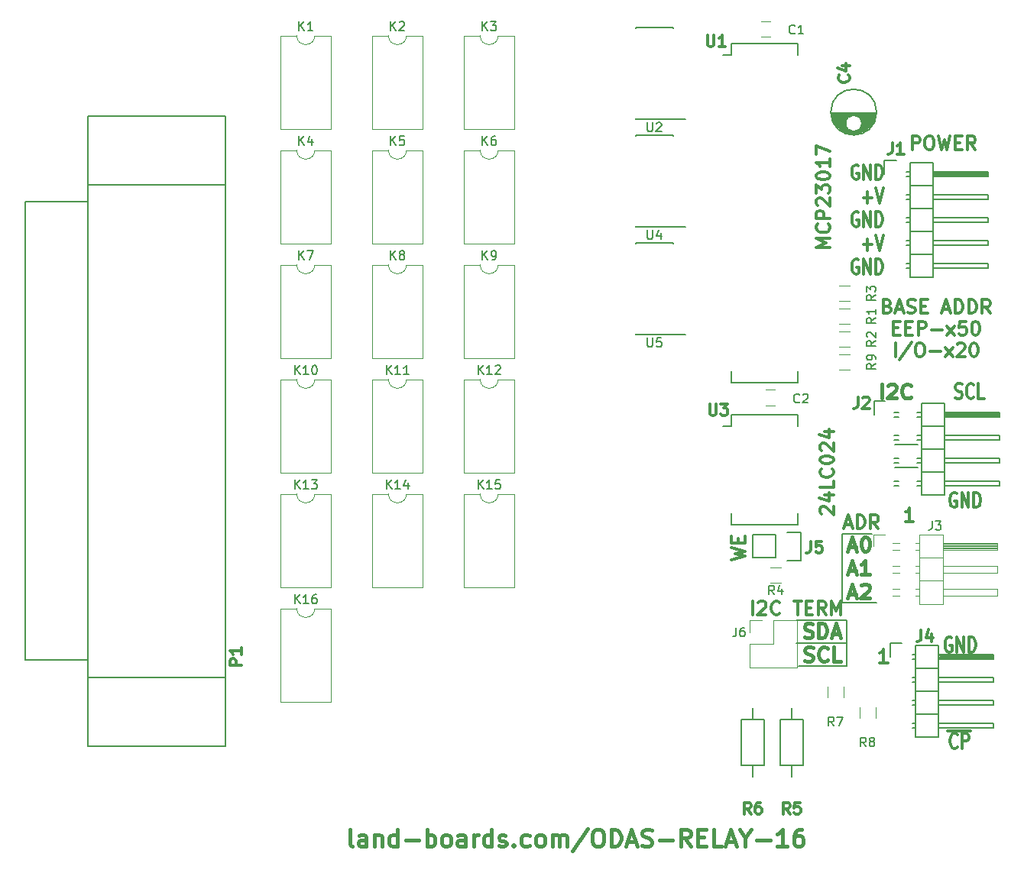
<source format=gbr>
G04 #@! TF.FileFunction,Legend,Top*
%FSLAX46Y46*%
G04 Gerber Fmt 4.6, Leading zero omitted, Abs format (unit mm)*
G04 Created by KiCad (PCBNEW (after 2015-mar-04 BZR unknown)-product) date 6/8/2017 1:48:32 PM*
%MOMM*%
G01*
G04 APERTURE LIST*
%ADD10C,0.150000*%
%ADD11C,0.300000*%
%ADD12C,0.200000*%
%ADD13C,0.396875*%
%ADD14C,0.381000*%
%ADD15C,0.120000*%
%ADD16C,0.317500*%
G04 APERTURE END LIST*
D10*
D11*
X77132571Y-27161427D02*
X75632571Y-27161427D01*
X76704000Y-26661427D01*
X75632571Y-26161427D01*
X77132571Y-26161427D01*
X76989714Y-24589998D02*
X77061143Y-24661427D01*
X77132571Y-24875713D01*
X77132571Y-25018570D01*
X77061143Y-25232855D01*
X76918286Y-25375713D01*
X76775429Y-25447141D01*
X76489714Y-25518570D01*
X76275429Y-25518570D01*
X75989714Y-25447141D01*
X75846857Y-25375713D01*
X75704000Y-25232855D01*
X75632571Y-25018570D01*
X75632571Y-24875713D01*
X75704000Y-24661427D01*
X75775429Y-24589998D01*
X77132571Y-23947141D02*
X75632571Y-23947141D01*
X75632571Y-23375713D01*
X75704000Y-23232855D01*
X75775429Y-23161427D01*
X75918286Y-23089998D01*
X76132571Y-23089998D01*
X76275429Y-23161427D01*
X76346857Y-23232855D01*
X76418286Y-23375713D01*
X76418286Y-23947141D01*
X75775429Y-22518570D02*
X75704000Y-22447141D01*
X75632571Y-22304284D01*
X75632571Y-21947141D01*
X75704000Y-21804284D01*
X75775429Y-21732855D01*
X75918286Y-21661427D01*
X76061143Y-21661427D01*
X76275429Y-21732855D01*
X77132571Y-22589998D01*
X77132571Y-21661427D01*
X75632571Y-21161427D02*
X75632571Y-20232856D01*
X76204000Y-20732856D01*
X76204000Y-20518570D01*
X76275429Y-20375713D01*
X76346857Y-20304284D01*
X76489714Y-20232856D01*
X76846857Y-20232856D01*
X76989714Y-20304284D01*
X77061143Y-20375713D01*
X77132571Y-20518570D01*
X77132571Y-20947142D01*
X77061143Y-21089999D01*
X76989714Y-21161427D01*
X75632571Y-19304285D02*
X75632571Y-19161428D01*
X75704000Y-19018571D01*
X75775429Y-18947142D01*
X75918286Y-18875713D01*
X76204000Y-18804285D01*
X76561143Y-18804285D01*
X76846857Y-18875713D01*
X76989714Y-18947142D01*
X77061143Y-19018571D01*
X77132571Y-19161428D01*
X77132571Y-19304285D01*
X77061143Y-19447142D01*
X76989714Y-19518571D01*
X76846857Y-19589999D01*
X76561143Y-19661428D01*
X76204000Y-19661428D01*
X75918286Y-19589999D01*
X75775429Y-19518571D01*
X75704000Y-19447142D01*
X75632571Y-19304285D01*
X77132571Y-17375714D02*
X77132571Y-18232857D01*
X77132571Y-17804285D02*
X75632571Y-17804285D01*
X75846857Y-17947142D01*
X75989714Y-18090000D01*
X76061143Y-18232857D01*
X75632571Y-16875714D02*
X75632571Y-15875714D01*
X77132571Y-16518571D01*
D12*
X78486000Y-58928000D02*
X81788000Y-58928000D01*
X78486000Y-66548000D02*
X78486000Y-58928000D01*
X82296000Y-66548000D02*
X78486000Y-66548000D01*
D11*
X91226095Y-82537643D02*
X91165619Y-82616262D01*
X90984190Y-82694881D01*
X90863238Y-82694881D01*
X90681810Y-82616262D01*
X90560857Y-82459024D01*
X90500381Y-82301786D01*
X90439905Y-81987310D01*
X90439905Y-81751452D01*
X90500381Y-81436976D01*
X90560857Y-81279738D01*
X90681810Y-81122500D01*
X90863238Y-81043881D01*
X90984190Y-81043881D01*
X91165619Y-81122500D01*
X91226095Y-81201119D01*
X91770381Y-82694881D02*
X91770381Y-81043881D01*
X92254190Y-81043881D01*
X92375143Y-81122500D01*
X92435619Y-81201119D01*
X92496095Y-81358357D01*
X92496095Y-81594214D01*
X92435619Y-81751452D01*
X92375143Y-81830071D01*
X92254190Y-81908690D01*
X91770381Y-81908690D01*
X90198000Y-80759280D02*
X92738000Y-80759280D01*
X91046905Y-43848262D02*
X91228333Y-43926881D01*
X91530714Y-43926881D01*
X91651667Y-43848262D01*
X91712143Y-43769643D01*
X91772619Y-43612405D01*
X91772619Y-43455167D01*
X91712143Y-43297929D01*
X91651667Y-43219310D01*
X91530714Y-43140690D01*
X91288810Y-43062071D01*
X91167857Y-42983452D01*
X91107381Y-42904833D01*
X91046905Y-42747595D01*
X91046905Y-42590357D01*
X91107381Y-42433119D01*
X91167857Y-42354500D01*
X91288810Y-42275881D01*
X91591190Y-42275881D01*
X91772619Y-42354500D01*
X93042619Y-43769643D02*
X92982143Y-43848262D01*
X92800714Y-43926881D01*
X92679762Y-43926881D01*
X92498334Y-43848262D01*
X92377381Y-43691024D01*
X92316905Y-43533786D01*
X92256429Y-43219310D01*
X92256429Y-42983452D01*
X92316905Y-42668976D01*
X92377381Y-42511738D01*
X92498334Y-42354500D01*
X92679762Y-42275881D01*
X92800714Y-42275881D01*
X92982143Y-42354500D01*
X93042619Y-42433119D01*
X94191667Y-43926881D02*
X93586905Y-43926881D01*
X93586905Y-42275881D01*
D12*
X79022000Y-71026000D02*
X73434000Y-71026000D01*
X79022000Y-73566000D02*
X73688000Y-73566000D01*
X79022000Y-68486000D02*
X79022000Y-73566000D01*
X73434000Y-68486000D02*
X79022000Y-68486000D01*
D13*
X79217762Y-60383208D02*
X79973714Y-60383208D01*
X79066571Y-60836780D02*
X79595738Y-59249280D01*
X80124905Y-60836780D01*
X80956452Y-59249280D02*
X81107643Y-59249280D01*
X81258833Y-59324875D01*
X81334428Y-59400470D01*
X81410024Y-59551661D01*
X81485619Y-59854042D01*
X81485619Y-60232018D01*
X81410024Y-60534399D01*
X81334428Y-60685589D01*
X81258833Y-60761185D01*
X81107643Y-60836780D01*
X80956452Y-60836780D01*
X80805262Y-60761185D01*
X80729666Y-60685589D01*
X80654071Y-60534399D01*
X80578476Y-60232018D01*
X80578476Y-59854042D01*
X80654071Y-59551661D01*
X80729666Y-59400470D01*
X80805262Y-59324875D01*
X80956452Y-59249280D01*
X79217762Y-63002583D02*
X79973714Y-63002583D01*
X79066571Y-63456155D02*
X79595738Y-61868655D01*
X80124905Y-63456155D01*
X81485619Y-63456155D02*
X80578476Y-63456155D01*
X81032047Y-63456155D02*
X81032047Y-61868655D01*
X80880857Y-62095440D01*
X80729666Y-62246631D01*
X80578476Y-62322226D01*
X79217762Y-65621958D02*
X79973714Y-65621958D01*
X79066571Y-66075530D02*
X79595738Y-64488030D01*
X80124905Y-66075530D01*
X80578476Y-64639220D02*
X80654071Y-64563625D01*
X80805262Y-64488030D01*
X81183238Y-64488030D01*
X81334428Y-64563625D01*
X81410024Y-64639220D01*
X81485619Y-64790411D01*
X81485619Y-64941601D01*
X81410024Y-65168387D01*
X80502881Y-66075530D01*
X81485619Y-66075530D01*
D12*
X84350000Y-49046000D02*
X86890000Y-49046000D01*
X84350000Y-51586000D02*
X86890000Y-51586000D01*
D11*
X86225714Y-16332571D02*
X86225714Y-14832571D01*
X86797142Y-14832571D01*
X86940000Y-14904000D01*
X87011428Y-14975429D01*
X87082857Y-15118286D01*
X87082857Y-15332571D01*
X87011428Y-15475429D01*
X86940000Y-15546857D01*
X86797142Y-15618286D01*
X86225714Y-15618286D01*
X88011428Y-14832571D02*
X88297142Y-14832571D01*
X88440000Y-14904000D01*
X88582857Y-15046857D01*
X88654285Y-15332571D01*
X88654285Y-15832571D01*
X88582857Y-16118286D01*
X88440000Y-16261143D01*
X88297142Y-16332571D01*
X88011428Y-16332571D01*
X87868571Y-16261143D01*
X87725714Y-16118286D01*
X87654285Y-15832571D01*
X87654285Y-15332571D01*
X87725714Y-15046857D01*
X87868571Y-14904000D01*
X88011428Y-14832571D01*
X89154286Y-14832571D02*
X89511429Y-16332571D01*
X89797143Y-15261143D01*
X90082857Y-16332571D01*
X90440000Y-14832571D01*
X91011429Y-15546857D02*
X91511429Y-15546857D01*
X91725715Y-16332571D02*
X91011429Y-16332571D01*
X91011429Y-14832571D01*
X91725715Y-14832571D01*
X93225715Y-16332571D02*
X92725715Y-15618286D01*
X92368572Y-16332571D02*
X92368572Y-14832571D01*
X92940000Y-14832571D01*
X93082858Y-14904000D01*
X93154286Y-14975429D01*
X93225715Y-15118286D01*
X93225715Y-15332571D01*
X93154286Y-15475429D01*
X93082858Y-15546857D01*
X92940000Y-15618286D01*
X92368572Y-15618286D01*
X66234571Y-61773428D02*
X67734571Y-61416285D01*
X66663143Y-61130571D01*
X67734571Y-60844857D01*
X66234571Y-60487714D01*
X66948857Y-59916285D02*
X66948857Y-59416285D01*
X67734571Y-59201999D02*
X67734571Y-59916285D01*
X66234571Y-59916285D01*
X66234571Y-59201999D01*
X76156429Y-56712856D02*
X76085000Y-56641427D01*
X76013571Y-56498570D01*
X76013571Y-56141427D01*
X76085000Y-55998570D01*
X76156429Y-55927141D01*
X76299286Y-55855713D01*
X76442143Y-55855713D01*
X76656429Y-55927141D01*
X77513571Y-56784284D01*
X77513571Y-55855713D01*
X76513571Y-54569999D02*
X77513571Y-54569999D01*
X75942143Y-54927142D02*
X77013571Y-55284285D01*
X77013571Y-54355713D01*
X77513571Y-53069999D02*
X77513571Y-53784285D01*
X76013571Y-53784285D01*
X77370714Y-51712856D02*
X77442143Y-51784285D01*
X77513571Y-51998571D01*
X77513571Y-52141428D01*
X77442143Y-52355713D01*
X77299286Y-52498571D01*
X77156429Y-52569999D01*
X76870714Y-52641428D01*
X76656429Y-52641428D01*
X76370714Y-52569999D01*
X76227857Y-52498571D01*
X76085000Y-52355713D01*
X76013571Y-52141428D01*
X76013571Y-51998571D01*
X76085000Y-51784285D01*
X76156429Y-51712856D01*
X76013571Y-50784285D02*
X76013571Y-50641428D01*
X76085000Y-50498571D01*
X76156429Y-50427142D01*
X76299286Y-50355713D01*
X76585000Y-50284285D01*
X76942143Y-50284285D01*
X77227857Y-50355713D01*
X77370714Y-50427142D01*
X77442143Y-50498571D01*
X77513571Y-50641428D01*
X77513571Y-50784285D01*
X77442143Y-50927142D01*
X77370714Y-50998571D01*
X77227857Y-51069999D01*
X76942143Y-51141428D01*
X76585000Y-51141428D01*
X76299286Y-51069999D01*
X76156429Y-50998571D01*
X76085000Y-50927142D01*
X76013571Y-50784285D01*
X76156429Y-49712857D02*
X76085000Y-49641428D01*
X76013571Y-49498571D01*
X76013571Y-49141428D01*
X76085000Y-48998571D01*
X76156429Y-48927142D01*
X76299286Y-48855714D01*
X76442143Y-48855714D01*
X76656429Y-48927142D01*
X77513571Y-49784285D01*
X77513571Y-48855714D01*
X76513571Y-47570000D02*
X77513571Y-47570000D01*
X75942143Y-47927143D02*
X77013571Y-48284286D01*
X77013571Y-47355714D01*
D13*
X74300322Y-70358873D02*
X74527108Y-70434468D01*
X74905084Y-70434468D01*
X75056274Y-70358873D01*
X75131870Y-70283277D01*
X75207465Y-70132087D01*
X75207465Y-69980896D01*
X75131870Y-69829706D01*
X75056274Y-69754111D01*
X74905084Y-69678515D01*
X74602703Y-69602920D01*
X74451512Y-69527325D01*
X74375917Y-69451730D01*
X74300322Y-69300539D01*
X74300322Y-69149349D01*
X74375917Y-68998158D01*
X74451512Y-68922563D01*
X74602703Y-68846968D01*
X74980679Y-68846968D01*
X75207465Y-68922563D01*
X75887822Y-70434468D02*
X75887822Y-68846968D01*
X76265798Y-68846968D01*
X76492584Y-68922563D01*
X76643775Y-69073753D01*
X76719370Y-69224944D01*
X76794965Y-69527325D01*
X76794965Y-69754111D01*
X76719370Y-70056492D01*
X76643775Y-70207682D01*
X76492584Y-70358873D01*
X76265798Y-70434468D01*
X75887822Y-70434468D01*
X77399727Y-69980896D02*
X78155679Y-69980896D01*
X77248536Y-70434468D02*
X77777703Y-68846968D01*
X78306870Y-70434468D01*
X74338119Y-72978248D02*
X74564905Y-73053843D01*
X74942881Y-73053843D01*
X75094071Y-72978248D01*
X75169667Y-72902652D01*
X75245262Y-72751462D01*
X75245262Y-72600271D01*
X75169667Y-72449081D01*
X75094071Y-72373486D01*
X74942881Y-72297890D01*
X74640500Y-72222295D01*
X74489309Y-72146700D01*
X74413714Y-72071105D01*
X74338119Y-71919914D01*
X74338119Y-71768724D01*
X74413714Y-71617533D01*
X74489309Y-71541938D01*
X74640500Y-71466343D01*
X75018476Y-71466343D01*
X75245262Y-71541938D01*
X76832762Y-72902652D02*
X76757167Y-72978248D01*
X76530381Y-73053843D01*
X76379191Y-73053843D01*
X76152405Y-72978248D01*
X76001214Y-72827057D01*
X75925619Y-72675867D01*
X75850024Y-72373486D01*
X75850024Y-72146700D01*
X75925619Y-71844319D01*
X76001214Y-71693128D01*
X76152405Y-71541938D01*
X76379191Y-71466343D01*
X76530381Y-71466343D01*
X76757167Y-71541938D01*
X76832762Y-71617533D01*
X78269072Y-73053843D02*
X77513119Y-73053843D01*
X77513119Y-71466343D01*
D11*
X68541143Y-67894571D02*
X68541143Y-66394571D01*
X69184000Y-66537429D02*
X69255429Y-66466000D01*
X69398286Y-66394571D01*
X69755429Y-66394571D01*
X69898286Y-66466000D01*
X69969715Y-66537429D01*
X70041143Y-66680286D01*
X70041143Y-66823143D01*
X69969715Y-67037429D01*
X69112572Y-67894571D01*
X70041143Y-67894571D01*
X71541143Y-67751714D02*
X71469714Y-67823143D01*
X71255428Y-67894571D01*
X71112571Y-67894571D01*
X70898286Y-67823143D01*
X70755428Y-67680286D01*
X70684000Y-67537429D01*
X70612571Y-67251714D01*
X70612571Y-67037429D01*
X70684000Y-66751714D01*
X70755428Y-66608857D01*
X70898286Y-66466000D01*
X71112571Y-66394571D01*
X71255428Y-66394571D01*
X71469714Y-66466000D01*
X71541143Y-66537429D01*
X73112571Y-66394571D02*
X73969714Y-66394571D01*
X73541143Y-67894571D02*
X73541143Y-66394571D01*
X74469714Y-67108857D02*
X74969714Y-67108857D01*
X75184000Y-67894571D02*
X74469714Y-67894571D01*
X74469714Y-66394571D01*
X75184000Y-66394571D01*
X76684000Y-67894571D02*
X76184000Y-67180286D01*
X75826857Y-67894571D02*
X75826857Y-66394571D01*
X76398285Y-66394571D01*
X76541143Y-66466000D01*
X76612571Y-66537429D01*
X76684000Y-66680286D01*
X76684000Y-66894571D01*
X76612571Y-67037429D01*
X76541143Y-67108857D01*
X76398285Y-67180286D01*
X75826857Y-67180286D01*
X77326857Y-67894571D02*
X77326857Y-66394571D01*
X77826857Y-67466000D01*
X78326857Y-66394571D01*
X78326857Y-67894571D01*
X78771714Y-57908000D02*
X79486000Y-57908000D01*
X78628857Y-58336571D02*
X79128857Y-56836571D01*
X79628857Y-58336571D01*
X80128857Y-58336571D02*
X80128857Y-56836571D01*
X80486000Y-56836571D01*
X80700285Y-56908000D01*
X80843143Y-57050857D01*
X80914571Y-57193714D01*
X80986000Y-57479429D01*
X80986000Y-57693714D01*
X80914571Y-57979429D01*
X80843143Y-58122286D01*
X80700285Y-58265143D01*
X80486000Y-58336571D01*
X80128857Y-58336571D01*
X82486000Y-58336571D02*
X81986000Y-57622286D01*
X81628857Y-58336571D02*
X81628857Y-56836571D01*
X82200285Y-56836571D01*
X82343143Y-56908000D01*
X82414571Y-56979429D01*
X82486000Y-57122286D01*
X82486000Y-57336571D01*
X82414571Y-57479429D01*
X82343143Y-57550857D01*
X82200285Y-57622286D01*
X81628857Y-57622286D01*
X83514572Y-73228571D02*
X82657429Y-73228571D01*
X83086001Y-73228571D02*
X83086001Y-71728571D01*
X82943144Y-71942857D01*
X82800286Y-72085714D01*
X82657429Y-72157143D01*
X86386572Y-57574571D02*
X85529429Y-57574571D01*
X85958001Y-57574571D02*
X85958001Y-56074571D01*
X85815144Y-56288857D01*
X85672286Y-56431714D01*
X85529429Y-56503143D01*
X80282143Y-18081700D02*
X80161191Y-18003081D01*
X79979762Y-18003081D01*
X79798334Y-18081700D01*
X79677381Y-18238938D01*
X79616905Y-18396176D01*
X79556429Y-18710652D01*
X79556429Y-18946510D01*
X79616905Y-19260986D01*
X79677381Y-19418224D01*
X79798334Y-19575462D01*
X79979762Y-19654081D01*
X80100714Y-19654081D01*
X80282143Y-19575462D01*
X80342619Y-19496843D01*
X80342619Y-18946510D01*
X80100714Y-18946510D01*
X80886905Y-19654081D02*
X80886905Y-18003081D01*
X81612619Y-19654081D01*
X81612619Y-18003081D01*
X82217381Y-19654081D02*
X82217381Y-18003081D01*
X82519762Y-18003081D01*
X82701190Y-18081700D01*
X82822143Y-18238938D01*
X82882619Y-18396176D01*
X82943095Y-18710652D01*
X82943095Y-18946510D01*
X82882619Y-19260986D01*
X82822143Y-19418224D01*
X82701190Y-19575462D01*
X82519762Y-19654081D01*
X82217381Y-19654081D01*
X80826429Y-21636529D02*
X81794048Y-21636529D01*
X81310238Y-22265481D02*
X81310238Y-21007576D01*
X82217381Y-20614481D02*
X82640715Y-22265481D01*
X83064048Y-20614481D01*
X80282143Y-23304500D02*
X80161191Y-23225881D01*
X79979762Y-23225881D01*
X79798334Y-23304500D01*
X79677381Y-23461738D01*
X79616905Y-23618976D01*
X79556429Y-23933452D01*
X79556429Y-24169310D01*
X79616905Y-24483786D01*
X79677381Y-24641024D01*
X79798334Y-24798262D01*
X79979762Y-24876881D01*
X80100714Y-24876881D01*
X80282143Y-24798262D01*
X80342619Y-24719643D01*
X80342619Y-24169310D01*
X80100714Y-24169310D01*
X80886905Y-24876881D02*
X80886905Y-23225881D01*
X81612619Y-24876881D01*
X81612619Y-23225881D01*
X82217381Y-24876881D02*
X82217381Y-23225881D01*
X82519762Y-23225881D01*
X82701190Y-23304500D01*
X82822143Y-23461738D01*
X82882619Y-23618976D01*
X82943095Y-23933452D01*
X82943095Y-24169310D01*
X82882619Y-24483786D01*
X82822143Y-24641024D01*
X82701190Y-24798262D01*
X82519762Y-24876881D01*
X82217381Y-24876881D01*
X80826429Y-26859329D02*
X81794048Y-26859329D01*
X81310238Y-27488281D02*
X81310238Y-26230376D01*
X82217381Y-25837281D02*
X82640715Y-27488281D01*
X83064048Y-25837281D01*
X80282143Y-28527300D02*
X80161191Y-28448681D01*
X79979762Y-28448681D01*
X79798334Y-28527300D01*
X79677381Y-28684538D01*
X79616905Y-28841776D01*
X79556429Y-29156252D01*
X79556429Y-29392110D01*
X79616905Y-29706586D01*
X79677381Y-29863824D01*
X79798334Y-30021062D01*
X79979762Y-30099681D01*
X80100714Y-30099681D01*
X80282143Y-30021062D01*
X80342619Y-29942443D01*
X80342619Y-29392110D01*
X80100714Y-29392110D01*
X80886905Y-30099681D02*
X80886905Y-28448681D01*
X81612619Y-30099681D01*
X81612619Y-28448681D01*
X82217381Y-30099681D02*
X82217381Y-28448681D01*
X82519762Y-28448681D01*
X82701190Y-28527300D01*
X82822143Y-28684538D01*
X82882619Y-28841776D01*
X82943095Y-29156252D01*
X82943095Y-29392110D01*
X82882619Y-29706586D01*
X82822143Y-29863824D01*
X82701190Y-30021062D01*
X82519762Y-30099681D01*
X82217381Y-30099681D01*
X90597143Y-70454500D02*
X90476191Y-70375881D01*
X90294762Y-70375881D01*
X90113334Y-70454500D01*
X89992381Y-70611738D01*
X89931905Y-70768976D01*
X89871429Y-71083452D01*
X89871429Y-71319310D01*
X89931905Y-71633786D01*
X89992381Y-71791024D01*
X90113334Y-71948262D01*
X90294762Y-72026881D01*
X90415714Y-72026881D01*
X90597143Y-71948262D01*
X90657619Y-71869643D01*
X90657619Y-71319310D01*
X90415714Y-71319310D01*
X91201905Y-72026881D02*
X91201905Y-70375881D01*
X91927619Y-72026881D01*
X91927619Y-70375881D01*
X92532381Y-72026881D02*
X92532381Y-70375881D01*
X92834762Y-70375881D01*
X93016190Y-70454500D01*
X93137143Y-70611738D01*
X93197619Y-70768976D01*
X93258095Y-71083452D01*
X93258095Y-71319310D01*
X93197619Y-71633786D01*
X93137143Y-71791024D01*
X93016190Y-71948262D01*
X92834762Y-72026881D01*
X92532381Y-72026881D01*
X83507144Y-33687857D02*
X83721430Y-33759286D01*
X83792858Y-33830714D01*
X83864287Y-33973571D01*
X83864287Y-34187857D01*
X83792858Y-34330714D01*
X83721430Y-34402143D01*
X83578572Y-34473571D01*
X83007144Y-34473571D01*
X83007144Y-32973571D01*
X83507144Y-32973571D01*
X83650001Y-33045000D01*
X83721430Y-33116429D01*
X83792858Y-33259286D01*
X83792858Y-33402143D01*
X83721430Y-33545000D01*
X83650001Y-33616429D01*
X83507144Y-33687857D01*
X83007144Y-33687857D01*
X84435715Y-34045000D02*
X85150001Y-34045000D01*
X84292858Y-34473571D02*
X84792858Y-32973571D01*
X85292858Y-34473571D01*
X85721429Y-34402143D02*
X85935715Y-34473571D01*
X86292858Y-34473571D01*
X86435715Y-34402143D01*
X86507144Y-34330714D01*
X86578572Y-34187857D01*
X86578572Y-34045000D01*
X86507144Y-33902143D01*
X86435715Y-33830714D01*
X86292858Y-33759286D01*
X86007144Y-33687857D01*
X85864286Y-33616429D01*
X85792858Y-33545000D01*
X85721429Y-33402143D01*
X85721429Y-33259286D01*
X85792858Y-33116429D01*
X85864286Y-33045000D01*
X86007144Y-32973571D01*
X86364286Y-32973571D01*
X86578572Y-33045000D01*
X87221429Y-33687857D02*
X87721429Y-33687857D01*
X87935715Y-34473571D02*
X87221429Y-34473571D01*
X87221429Y-32973571D01*
X87935715Y-32973571D01*
X89650000Y-34045000D02*
X90364286Y-34045000D01*
X89507143Y-34473571D02*
X90007143Y-32973571D01*
X90507143Y-34473571D01*
X91007143Y-34473571D02*
X91007143Y-32973571D01*
X91364286Y-32973571D01*
X91578571Y-33045000D01*
X91721429Y-33187857D01*
X91792857Y-33330714D01*
X91864286Y-33616429D01*
X91864286Y-33830714D01*
X91792857Y-34116429D01*
X91721429Y-34259286D01*
X91578571Y-34402143D01*
X91364286Y-34473571D01*
X91007143Y-34473571D01*
X92507143Y-34473571D02*
X92507143Y-32973571D01*
X92864286Y-32973571D01*
X93078571Y-33045000D01*
X93221429Y-33187857D01*
X93292857Y-33330714D01*
X93364286Y-33616429D01*
X93364286Y-33830714D01*
X93292857Y-34116429D01*
X93221429Y-34259286D01*
X93078571Y-34402143D01*
X92864286Y-34473571D01*
X92507143Y-34473571D01*
X94864286Y-34473571D02*
X94364286Y-33759286D01*
X94007143Y-34473571D02*
X94007143Y-32973571D01*
X94578571Y-32973571D01*
X94721429Y-33045000D01*
X94792857Y-33116429D01*
X94864286Y-33259286D01*
X94864286Y-33473571D01*
X94792857Y-33616429D01*
X94721429Y-33687857D01*
X94578571Y-33759286D01*
X94007143Y-33759286D01*
X84185715Y-36087857D02*
X84685715Y-36087857D01*
X84900001Y-36873571D02*
X84185715Y-36873571D01*
X84185715Y-35373571D01*
X84900001Y-35373571D01*
X85542858Y-36087857D02*
X86042858Y-36087857D01*
X86257144Y-36873571D02*
X85542858Y-36873571D01*
X85542858Y-35373571D01*
X86257144Y-35373571D01*
X86900001Y-36873571D02*
X86900001Y-35373571D01*
X87471429Y-35373571D01*
X87614287Y-35445000D01*
X87685715Y-35516429D01*
X87757144Y-35659286D01*
X87757144Y-35873571D01*
X87685715Y-36016429D01*
X87614287Y-36087857D01*
X87471429Y-36159286D01*
X86900001Y-36159286D01*
X88400001Y-36302143D02*
X89542858Y-36302143D01*
X90114287Y-36873571D02*
X90900001Y-35873571D01*
X90114287Y-35873571D02*
X90900001Y-36873571D01*
X92185716Y-35373571D02*
X91471430Y-35373571D01*
X91400001Y-36087857D01*
X91471430Y-36016429D01*
X91614287Y-35945000D01*
X91971430Y-35945000D01*
X92114287Y-36016429D01*
X92185716Y-36087857D01*
X92257144Y-36230714D01*
X92257144Y-36587857D01*
X92185716Y-36730714D01*
X92114287Y-36802143D01*
X91971430Y-36873571D01*
X91614287Y-36873571D01*
X91471430Y-36802143D01*
X91400001Y-36730714D01*
X93185715Y-35373571D02*
X93328572Y-35373571D01*
X93471429Y-35445000D01*
X93542858Y-35516429D01*
X93614287Y-35659286D01*
X93685715Y-35945000D01*
X93685715Y-36302143D01*
X93614287Y-36587857D01*
X93542858Y-36730714D01*
X93471429Y-36802143D01*
X93328572Y-36873571D01*
X93185715Y-36873571D01*
X93042858Y-36802143D01*
X92971429Y-36730714D01*
X92900001Y-36587857D01*
X92828572Y-36302143D01*
X92828572Y-35945000D01*
X92900001Y-35659286D01*
X92971429Y-35516429D01*
X93042858Y-35445000D01*
X93185715Y-35373571D01*
X84364286Y-39273571D02*
X84364286Y-37773571D01*
X86150000Y-37702143D02*
X84864286Y-39630714D01*
X86935715Y-37773571D02*
X87221429Y-37773571D01*
X87364287Y-37845000D01*
X87507144Y-37987857D01*
X87578572Y-38273571D01*
X87578572Y-38773571D01*
X87507144Y-39059286D01*
X87364287Y-39202143D01*
X87221429Y-39273571D01*
X86935715Y-39273571D01*
X86792858Y-39202143D01*
X86650001Y-39059286D01*
X86578572Y-38773571D01*
X86578572Y-38273571D01*
X86650001Y-37987857D01*
X86792858Y-37845000D01*
X86935715Y-37773571D01*
X88221430Y-38702143D02*
X89364287Y-38702143D01*
X89935716Y-39273571D02*
X90721430Y-38273571D01*
X89935716Y-38273571D02*
X90721430Y-39273571D01*
X91221430Y-37916429D02*
X91292859Y-37845000D01*
X91435716Y-37773571D01*
X91792859Y-37773571D01*
X91935716Y-37845000D01*
X92007145Y-37916429D01*
X92078573Y-38059286D01*
X92078573Y-38202143D01*
X92007145Y-38416429D01*
X91150002Y-39273571D01*
X92078573Y-39273571D01*
X93007144Y-37773571D02*
X93150001Y-37773571D01*
X93292858Y-37845000D01*
X93364287Y-37916429D01*
X93435716Y-38059286D01*
X93507144Y-38345000D01*
X93507144Y-38702143D01*
X93435716Y-38987857D01*
X93364287Y-39130714D01*
X93292858Y-39202143D01*
X93150001Y-39273571D01*
X93007144Y-39273571D01*
X92864287Y-39202143D01*
X92792858Y-39130714D01*
X92721430Y-38987857D01*
X92650001Y-38702143D01*
X92650001Y-38345000D01*
X92721430Y-38059286D01*
X92792858Y-37916429D01*
X92864287Y-37845000D01*
X93007144Y-37773571D01*
D14*
X24211645Y-93571786D02*
X24030217Y-93481071D01*
X23939502Y-93299643D01*
X23939502Y-91666786D01*
X25753788Y-93571786D02*
X25753788Y-92573929D01*
X25663074Y-92392500D01*
X25481645Y-92301786D01*
X25118788Y-92301786D01*
X24937359Y-92392500D01*
X25753788Y-93481071D02*
X25572359Y-93571786D01*
X25118788Y-93571786D01*
X24937359Y-93481071D01*
X24846645Y-93299643D01*
X24846645Y-93118214D01*
X24937359Y-92936786D01*
X25118788Y-92846071D01*
X25572359Y-92846071D01*
X25753788Y-92755357D01*
X26660930Y-92301786D02*
X26660930Y-93571786D01*
X26660930Y-92483214D02*
X26751645Y-92392500D01*
X26933073Y-92301786D01*
X27205216Y-92301786D01*
X27386645Y-92392500D01*
X27477359Y-92573929D01*
X27477359Y-93571786D01*
X29200930Y-93571786D02*
X29200930Y-91666786D01*
X29200930Y-93481071D02*
X29019501Y-93571786D01*
X28656644Y-93571786D01*
X28475216Y-93481071D01*
X28384501Y-93390357D01*
X28293787Y-93208929D01*
X28293787Y-92664643D01*
X28384501Y-92483214D01*
X28475216Y-92392500D01*
X28656644Y-92301786D01*
X29019501Y-92301786D01*
X29200930Y-92392500D01*
X30108072Y-92846071D02*
X31559501Y-92846071D01*
X32466643Y-93571786D02*
X32466643Y-91666786D01*
X32466643Y-92392500D02*
X32648072Y-92301786D01*
X33010929Y-92301786D01*
X33192358Y-92392500D01*
X33283072Y-92483214D01*
X33373786Y-92664643D01*
X33373786Y-93208929D01*
X33283072Y-93390357D01*
X33192358Y-93481071D01*
X33010929Y-93571786D01*
X32648072Y-93571786D01*
X32466643Y-93481071D01*
X34462357Y-93571786D02*
X34280929Y-93481071D01*
X34190214Y-93390357D01*
X34099500Y-93208929D01*
X34099500Y-92664643D01*
X34190214Y-92483214D01*
X34280929Y-92392500D01*
X34462357Y-92301786D01*
X34734500Y-92301786D01*
X34915929Y-92392500D01*
X35006643Y-92483214D01*
X35097357Y-92664643D01*
X35097357Y-93208929D01*
X35006643Y-93390357D01*
X34915929Y-93481071D01*
X34734500Y-93571786D01*
X34462357Y-93571786D01*
X36730214Y-93571786D02*
X36730214Y-92573929D01*
X36639500Y-92392500D01*
X36458071Y-92301786D01*
X36095214Y-92301786D01*
X35913785Y-92392500D01*
X36730214Y-93481071D02*
X36548785Y-93571786D01*
X36095214Y-93571786D01*
X35913785Y-93481071D01*
X35823071Y-93299643D01*
X35823071Y-93118214D01*
X35913785Y-92936786D01*
X36095214Y-92846071D01*
X36548785Y-92846071D01*
X36730214Y-92755357D01*
X37637356Y-93571786D02*
X37637356Y-92301786D01*
X37637356Y-92664643D02*
X37728071Y-92483214D01*
X37818785Y-92392500D01*
X38000214Y-92301786D01*
X38181642Y-92301786D01*
X39633071Y-93571786D02*
X39633071Y-91666786D01*
X39633071Y-93481071D02*
X39451642Y-93571786D01*
X39088785Y-93571786D01*
X38907357Y-93481071D01*
X38816642Y-93390357D01*
X38725928Y-93208929D01*
X38725928Y-92664643D01*
X38816642Y-92483214D01*
X38907357Y-92392500D01*
X39088785Y-92301786D01*
X39451642Y-92301786D01*
X39633071Y-92392500D01*
X40449499Y-93481071D02*
X40630928Y-93571786D01*
X40993785Y-93571786D01*
X41175213Y-93481071D01*
X41265928Y-93299643D01*
X41265928Y-93208929D01*
X41175213Y-93027500D01*
X40993785Y-92936786D01*
X40721642Y-92936786D01*
X40540213Y-92846071D01*
X40449499Y-92664643D01*
X40449499Y-92573929D01*
X40540213Y-92392500D01*
X40721642Y-92301786D01*
X40993785Y-92301786D01*
X41175213Y-92392500D01*
X42082356Y-93390357D02*
X42173071Y-93481071D01*
X42082356Y-93571786D01*
X41991642Y-93481071D01*
X42082356Y-93390357D01*
X42082356Y-93571786D01*
X43805928Y-93481071D02*
X43624499Y-93571786D01*
X43261642Y-93571786D01*
X43080214Y-93481071D01*
X42989499Y-93390357D01*
X42898785Y-93208929D01*
X42898785Y-92664643D01*
X42989499Y-92483214D01*
X43080214Y-92392500D01*
X43261642Y-92301786D01*
X43624499Y-92301786D01*
X43805928Y-92392500D01*
X44894499Y-93571786D02*
X44713071Y-93481071D01*
X44622356Y-93390357D01*
X44531642Y-93208929D01*
X44531642Y-92664643D01*
X44622356Y-92483214D01*
X44713071Y-92392500D01*
X44894499Y-92301786D01*
X45166642Y-92301786D01*
X45348071Y-92392500D01*
X45438785Y-92483214D01*
X45529499Y-92664643D01*
X45529499Y-93208929D01*
X45438785Y-93390357D01*
X45348071Y-93481071D01*
X45166642Y-93571786D01*
X44894499Y-93571786D01*
X46345927Y-93571786D02*
X46345927Y-92301786D01*
X46345927Y-92483214D02*
X46436642Y-92392500D01*
X46618070Y-92301786D01*
X46890213Y-92301786D01*
X47071642Y-92392500D01*
X47162356Y-92573929D01*
X47162356Y-93571786D01*
X47162356Y-92573929D02*
X47253070Y-92392500D01*
X47434499Y-92301786D01*
X47706642Y-92301786D01*
X47888070Y-92392500D01*
X47978785Y-92573929D01*
X47978785Y-93571786D01*
X50246642Y-91576071D02*
X48613785Y-94025357D01*
X51244499Y-91666786D02*
X51607356Y-91666786D01*
X51788784Y-91757500D01*
X51970213Y-91938929D01*
X52060927Y-92301786D01*
X52060927Y-92936786D01*
X51970213Y-93299643D01*
X51788784Y-93481071D01*
X51607356Y-93571786D01*
X51244499Y-93571786D01*
X51063070Y-93481071D01*
X50881641Y-93299643D01*
X50790927Y-92936786D01*
X50790927Y-92301786D01*
X50881641Y-91938929D01*
X51063070Y-91757500D01*
X51244499Y-91666786D01*
X52877355Y-93571786D02*
X52877355Y-91666786D01*
X53330927Y-91666786D01*
X53603070Y-91757500D01*
X53784498Y-91938929D01*
X53875213Y-92120357D01*
X53965927Y-92483214D01*
X53965927Y-92755357D01*
X53875213Y-93118214D01*
X53784498Y-93299643D01*
X53603070Y-93481071D01*
X53330927Y-93571786D01*
X52877355Y-93571786D01*
X54691641Y-93027500D02*
X55598784Y-93027500D01*
X54510213Y-93571786D02*
X55145213Y-91666786D01*
X55780213Y-93571786D01*
X56324498Y-93481071D02*
X56596641Y-93571786D01*
X57050212Y-93571786D01*
X57231641Y-93481071D01*
X57322355Y-93390357D01*
X57413070Y-93208929D01*
X57413070Y-93027500D01*
X57322355Y-92846071D01*
X57231641Y-92755357D01*
X57050212Y-92664643D01*
X56687355Y-92573929D01*
X56505927Y-92483214D01*
X56415212Y-92392500D01*
X56324498Y-92211071D01*
X56324498Y-92029643D01*
X56415212Y-91848214D01*
X56505927Y-91757500D01*
X56687355Y-91666786D01*
X57140927Y-91666786D01*
X57413070Y-91757500D01*
X58229498Y-92846071D02*
X59680927Y-92846071D01*
X61676641Y-93571786D02*
X61041641Y-92664643D01*
X60588069Y-93571786D02*
X60588069Y-91666786D01*
X61313784Y-91666786D01*
X61495212Y-91757500D01*
X61585927Y-91848214D01*
X61676641Y-92029643D01*
X61676641Y-92301786D01*
X61585927Y-92483214D01*
X61495212Y-92573929D01*
X61313784Y-92664643D01*
X60588069Y-92664643D01*
X62493069Y-92573929D02*
X63128069Y-92573929D01*
X63400212Y-93571786D02*
X62493069Y-93571786D01*
X62493069Y-91666786D01*
X63400212Y-91666786D01*
X65123783Y-93571786D02*
X64216640Y-93571786D01*
X64216640Y-91666786D01*
X65668069Y-93027500D02*
X66575212Y-93027500D01*
X65486641Y-93571786D02*
X66121641Y-91666786D01*
X66756641Y-93571786D01*
X67754498Y-92664643D02*
X67754498Y-93571786D01*
X67119498Y-91666786D02*
X67754498Y-92664643D01*
X68389498Y-91666786D01*
X69024497Y-92846071D02*
X70475926Y-92846071D01*
X72380926Y-93571786D02*
X71292354Y-93571786D01*
X71836640Y-93571786D02*
X71836640Y-91666786D01*
X71655211Y-91938929D01*
X71473783Y-92120357D01*
X71292354Y-92211071D01*
X74013783Y-91666786D02*
X73650926Y-91666786D01*
X73469497Y-91757500D01*
X73378783Y-91848214D01*
X73197354Y-92120357D01*
X73106640Y-92483214D01*
X73106640Y-93208929D01*
X73197354Y-93390357D01*
X73288069Y-93481071D01*
X73469497Y-93571786D01*
X73832354Y-93571786D01*
X74013783Y-93481071D01*
X74104497Y-93390357D01*
X74195212Y-93208929D01*
X74195212Y-92755357D01*
X74104497Y-92573929D01*
X74013783Y-92483214D01*
X73832354Y-92392500D01*
X73469497Y-92392500D01*
X73288069Y-92483214D01*
X73197354Y-92573929D01*
X73106640Y-92755357D01*
D13*
X82905298Y-43898155D02*
X82905298Y-42310655D01*
X83585655Y-42461845D02*
X83661250Y-42386250D01*
X83812441Y-42310655D01*
X84190417Y-42310655D01*
X84341607Y-42386250D01*
X84417203Y-42461845D01*
X84492798Y-42613036D01*
X84492798Y-42764226D01*
X84417203Y-42991012D01*
X83510060Y-43898155D01*
X84492798Y-43898155D01*
X86080298Y-43746964D02*
X86004703Y-43822560D01*
X85777917Y-43898155D01*
X85626727Y-43898155D01*
X85399941Y-43822560D01*
X85248750Y-43671369D01*
X85173155Y-43520179D01*
X85097560Y-43217798D01*
X85097560Y-42991012D01*
X85173155Y-42688631D01*
X85248750Y-42537440D01*
X85399941Y-42386250D01*
X85626727Y-42310655D01*
X85777917Y-42310655D01*
X86004703Y-42386250D01*
X86080298Y-42461845D01*
D11*
X91137619Y-54419500D02*
X91016667Y-54340881D01*
X90835238Y-54340881D01*
X90653810Y-54419500D01*
X90532857Y-54576738D01*
X90472381Y-54733976D01*
X90411905Y-55048452D01*
X90411905Y-55284310D01*
X90472381Y-55598786D01*
X90532857Y-55756024D01*
X90653810Y-55913262D01*
X90835238Y-55991881D01*
X90956190Y-55991881D01*
X91137619Y-55913262D01*
X91198095Y-55834643D01*
X91198095Y-55284310D01*
X90956190Y-55284310D01*
X91742381Y-55991881D02*
X91742381Y-54340881D01*
X92468095Y-55991881D01*
X92468095Y-54340881D01*
X93072857Y-55991881D02*
X93072857Y-54340881D01*
X93375238Y-54340881D01*
X93556666Y-54419500D01*
X93677619Y-54576738D01*
X93738095Y-54733976D01*
X93798571Y-55048452D01*
X93798571Y-55284310D01*
X93738095Y-55598786D01*
X93677619Y-55756024D01*
X93556666Y-55913262D01*
X93375238Y-55991881D01*
X93072857Y-55991881D01*
D10*
X71120000Y-61595000D02*
X68580000Y-61595000D01*
X73940000Y-61875000D02*
X72390000Y-61875000D01*
X71120000Y-61595000D02*
X71120000Y-59055000D01*
X72390000Y-58775000D02*
X73940000Y-58775000D01*
X73940000Y-58775000D02*
X73940000Y-61875000D01*
X71120000Y-59055000D02*
X68580000Y-59055000D01*
X68580000Y-59055000D02*
X68580000Y-61595000D01*
X10175000Y-12575000D02*
X10175000Y-82425000D01*
X10175000Y-82425000D02*
X-5065000Y-82425000D01*
X-5065000Y-82425000D02*
X-5065000Y-12575000D01*
X-5065000Y-12575000D02*
X10175000Y-12575000D01*
X-5065000Y-22100000D02*
X-12050000Y-22100000D01*
X-12050000Y-22100000D02*
X-12050000Y-72900000D01*
X-12050000Y-72900000D02*
X-5065000Y-72900000D01*
X-5065000Y-20195000D02*
X10175000Y-20195000D01*
X-5065000Y-74805000D02*
X10175000Y-74805000D01*
X66175000Y-4563000D02*
X66175000Y-5833000D01*
X73525000Y-4563000D02*
X73525000Y-5833000D01*
X73525000Y-42173000D02*
X73525000Y-40903000D01*
X66175000Y-42173000D02*
X66175000Y-40903000D01*
X66175000Y-4563000D02*
X73525000Y-4563000D01*
X66175000Y-42173000D02*
X73525000Y-42173000D01*
X66175000Y-5833000D02*
X65240000Y-5833000D01*
X66175000Y-45711000D02*
X66175000Y-46981000D01*
X73525000Y-45711000D02*
X73525000Y-46981000D01*
X73525000Y-57921000D02*
X73525000Y-56651000D01*
X66175000Y-57921000D02*
X66175000Y-56651000D01*
X66175000Y-45711000D02*
X73525000Y-45711000D01*
X66175000Y-57921000D02*
X73525000Y-57921000D01*
X66175000Y-46981000D02*
X65240000Y-46981000D01*
X83185000Y-44170000D02*
X82035000Y-44170000D01*
X82035000Y-44170000D02*
X82035000Y-45720000D01*
X84709000Y-53594000D02*
X84201000Y-53594000D01*
X84709000Y-53086000D02*
X84201000Y-53086000D01*
X84709000Y-51054000D02*
X84201000Y-51054000D01*
X84709000Y-50546000D02*
X84201000Y-50546000D01*
X84709000Y-48514000D02*
X84201000Y-48514000D01*
X84709000Y-48006000D02*
X84201000Y-48006000D01*
X84709000Y-45974000D02*
X84201000Y-45974000D01*
X84709000Y-45466000D02*
X84201000Y-45466000D01*
X87249000Y-45466000D02*
X86741000Y-45466000D01*
X87249000Y-45974000D02*
X86741000Y-45974000D01*
X87249000Y-48006000D02*
X86741000Y-48006000D01*
X87249000Y-48514000D02*
X86741000Y-48514000D01*
X87249000Y-53594000D02*
X86741000Y-53594000D01*
X87249000Y-53086000D02*
X86741000Y-53086000D01*
X87249000Y-51054000D02*
X86741000Y-51054000D01*
X87249000Y-50546000D02*
X86741000Y-50546000D01*
X89789000Y-45593000D02*
X95758000Y-45593000D01*
X95758000Y-45593000D02*
X95758000Y-45847000D01*
X95758000Y-45847000D02*
X89916000Y-45847000D01*
X89916000Y-45847000D02*
X89916000Y-45720000D01*
X89916000Y-45720000D02*
X95758000Y-45720000D01*
X87249000Y-54610000D02*
X89789000Y-54610000D01*
X87249000Y-49530000D02*
X89789000Y-49530000D01*
X87249000Y-49530000D02*
X87249000Y-52070000D01*
X87249000Y-52070000D02*
X89789000Y-52070000D01*
X89789000Y-50546000D02*
X95885000Y-50546000D01*
X95885000Y-50546000D02*
X95885000Y-51054000D01*
X95885000Y-51054000D02*
X89789000Y-51054000D01*
X89789000Y-52070000D02*
X89789000Y-49530000D01*
X89789000Y-54610000D02*
X89789000Y-52070000D01*
X95885000Y-53594000D02*
X89789000Y-53594000D01*
X95885000Y-53086000D02*
X95885000Y-53594000D01*
X89789000Y-53086000D02*
X95885000Y-53086000D01*
X87249000Y-54610000D02*
X89789000Y-54610000D01*
X87249000Y-52070000D02*
X87249000Y-54610000D01*
X87249000Y-52070000D02*
X89789000Y-52070000D01*
X87249000Y-46990000D02*
X89789000Y-46990000D01*
X87249000Y-46990000D02*
X87249000Y-49530000D01*
X87249000Y-49530000D02*
X89789000Y-49530000D01*
X89789000Y-48006000D02*
X95885000Y-48006000D01*
X95885000Y-48006000D02*
X95885000Y-48514000D01*
X95885000Y-48514000D02*
X89789000Y-48514000D01*
X89789000Y-49530000D02*
X89789000Y-46990000D01*
X89789000Y-46990000D02*
X89789000Y-44450000D01*
X95885000Y-45974000D02*
X89789000Y-45974000D01*
X95885000Y-45466000D02*
X95885000Y-45974000D01*
X89789000Y-45466000D02*
X95885000Y-45466000D01*
X87249000Y-46990000D02*
X89789000Y-46990000D01*
X87249000Y-44450000D02*
X87249000Y-46990000D01*
X87249000Y-44450000D02*
X89789000Y-44450000D01*
X83155000Y-17500000D02*
X83155000Y-19050000D01*
X84455000Y-17500000D02*
X83155000Y-17500000D01*
X88646000Y-18923000D02*
X94488000Y-18923000D01*
X94488000Y-18923000D02*
X94488000Y-19177000D01*
X94488000Y-19177000D02*
X88646000Y-19177000D01*
X88646000Y-19177000D02*
X88646000Y-19050000D01*
X88646000Y-19050000D02*
X94488000Y-19050000D01*
X85979000Y-18796000D02*
X85598000Y-18796000D01*
X85979000Y-19304000D02*
X85598000Y-19304000D01*
X85979000Y-21336000D02*
X85598000Y-21336000D01*
X85979000Y-21844000D02*
X85598000Y-21844000D01*
X85979000Y-23876000D02*
X85598000Y-23876000D01*
X85979000Y-24384000D02*
X85598000Y-24384000D01*
X85979000Y-26416000D02*
X85598000Y-26416000D01*
X85979000Y-26924000D02*
X85598000Y-26924000D01*
X85979000Y-29464000D02*
X85598000Y-29464000D01*
X85979000Y-28956000D02*
X85598000Y-28956000D01*
X88519000Y-20320000D02*
X88519000Y-17780000D01*
X94615000Y-19304000D02*
X88519000Y-19304000D01*
X94615000Y-18796000D02*
X94615000Y-19304000D01*
X88519000Y-18796000D02*
X94615000Y-18796000D01*
X85979000Y-20320000D02*
X88519000Y-20320000D01*
X85979000Y-17780000D02*
X85979000Y-20320000D01*
X85979000Y-17780000D02*
X88519000Y-17780000D01*
X85979000Y-22860000D02*
X88519000Y-22860000D01*
X85979000Y-22860000D02*
X85979000Y-25400000D01*
X85979000Y-25400000D02*
X88519000Y-25400000D01*
X88519000Y-23876000D02*
X94615000Y-23876000D01*
X94615000Y-23876000D02*
X94615000Y-24384000D01*
X94615000Y-24384000D02*
X88519000Y-24384000D01*
X88519000Y-25400000D02*
X88519000Y-22860000D01*
X88519000Y-22860000D02*
X88519000Y-20320000D01*
X94615000Y-21844000D02*
X88519000Y-21844000D01*
X94615000Y-21336000D02*
X94615000Y-21844000D01*
X88519000Y-21336000D02*
X94615000Y-21336000D01*
X85979000Y-22860000D02*
X88519000Y-22860000D01*
X85979000Y-20320000D02*
X85979000Y-22860000D01*
X85979000Y-20320000D02*
X88519000Y-20320000D01*
X85979000Y-27940000D02*
X88519000Y-27940000D01*
X85979000Y-27940000D02*
X85979000Y-30480000D01*
X85979000Y-30480000D02*
X88519000Y-30480000D01*
X88519000Y-28956000D02*
X94615000Y-28956000D01*
X94615000Y-28956000D02*
X94615000Y-29464000D01*
X94615000Y-29464000D02*
X88519000Y-29464000D01*
X88519000Y-30480000D02*
X88519000Y-27940000D01*
X88519000Y-27940000D02*
X88519000Y-25400000D01*
X94615000Y-26924000D02*
X88519000Y-26924000D01*
X94615000Y-26416000D02*
X94615000Y-26924000D01*
X88519000Y-26416000D02*
X94615000Y-26416000D01*
X85979000Y-27940000D02*
X88519000Y-27940000D01*
X85979000Y-25400000D02*
X85979000Y-27940000D01*
X85979000Y-25400000D02*
X88519000Y-25400000D01*
X69850000Y-79502000D02*
X69850000Y-84582000D01*
X69850000Y-84582000D02*
X67310000Y-84582000D01*
X67310000Y-84582000D02*
X67310000Y-79502000D01*
X67310000Y-79502000D02*
X69850000Y-79502000D01*
X68580000Y-79502000D02*
X68580000Y-78232000D01*
X68580000Y-84582000D02*
X68580000Y-85852000D01*
X74168000Y-79502000D02*
X74168000Y-84582000D01*
X74168000Y-84582000D02*
X71628000Y-84582000D01*
X71628000Y-84582000D02*
X71628000Y-79502000D01*
X71628000Y-79502000D02*
X74168000Y-79502000D01*
X72898000Y-79502000D02*
X72898000Y-78232000D01*
X72898000Y-84582000D02*
X72898000Y-85852000D01*
X83818000Y-71000000D02*
X83818000Y-72550000D01*
X85118000Y-71000000D02*
X83818000Y-71000000D01*
X89309000Y-72423000D02*
X95151000Y-72423000D01*
X95151000Y-72423000D02*
X95151000Y-72677000D01*
X95151000Y-72677000D02*
X89309000Y-72677000D01*
X89309000Y-72677000D02*
X89309000Y-72550000D01*
X89309000Y-72550000D02*
X95151000Y-72550000D01*
X86642000Y-72296000D02*
X86261000Y-72296000D01*
X86642000Y-72804000D02*
X86261000Y-72804000D01*
X86642000Y-74836000D02*
X86261000Y-74836000D01*
X86642000Y-75344000D02*
X86261000Y-75344000D01*
X86642000Y-77376000D02*
X86261000Y-77376000D01*
X86642000Y-77884000D02*
X86261000Y-77884000D01*
X86642000Y-80424000D02*
X86261000Y-80424000D01*
X86642000Y-79916000D02*
X86261000Y-79916000D01*
X86642000Y-71280000D02*
X89182000Y-71280000D01*
X86642000Y-73820000D02*
X89182000Y-73820000D01*
X86642000Y-73820000D02*
X86642000Y-76360000D01*
X86642000Y-76360000D02*
X89182000Y-76360000D01*
X89182000Y-74836000D02*
X95278000Y-74836000D01*
X95278000Y-74836000D02*
X95278000Y-75344000D01*
X95278000Y-75344000D02*
X89182000Y-75344000D01*
X89182000Y-76360000D02*
X89182000Y-73820000D01*
X89182000Y-73820000D02*
X89182000Y-71280000D01*
X95278000Y-72804000D02*
X89182000Y-72804000D01*
X95278000Y-72296000D02*
X95278000Y-72804000D01*
X89182000Y-72296000D02*
X95278000Y-72296000D01*
X86642000Y-73820000D02*
X89182000Y-73820000D01*
X86642000Y-71280000D02*
X86642000Y-73820000D01*
X86642000Y-78900000D02*
X89182000Y-78900000D01*
X86642000Y-78900000D02*
X86642000Y-81440000D01*
X86642000Y-81440000D02*
X89182000Y-81440000D01*
X89182000Y-79916000D02*
X95278000Y-79916000D01*
X95278000Y-79916000D02*
X95278000Y-80424000D01*
X95278000Y-80424000D02*
X89182000Y-80424000D01*
X89182000Y-81440000D02*
X89182000Y-78900000D01*
X89182000Y-78900000D02*
X89182000Y-76360000D01*
X95278000Y-77884000D02*
X89182000Y-77884000D01*
X95278000Y-77376000D02*
X95278000Y-77884000D01*
X89182000Y-77376000D02*
X95278000Y-77376000D01*
X86642000Y-78900000D02*
X89182000Y-78900000D01*
X86642000Y-76360000D02*
X86642000Y-78900000D01*
X86642000Y-76360000D02*
X89182000Y-76360000D01*
X82255000Y-12247000D02*
X77257000Y-12247000D01*
X82247000Y-12387000D02*
X77265000Y-12387000D01*
X82231000Y-12527000D02*
X79851000Y-12527000D01*
X79661000Y-12527000D02*
X77281000Y-12527000D01*
X82207000Y-12667000D02*
X80246000Y-12667000D01*
X79266000Y-12667000D02*
X77305000Y-12667000D01*
X82174000Y-12807000D02*
X80413000Y-12807000D01*
X79099000Y-12807000D02*
X77338000Y-12807000D01*
X82133000Y-12947000D02*
X80520000Y-12947000D01*
X78992000Y-12947000D02*
X77379000Y-12947000D01*
X82083000Y-13087000D02*
X80591000Y-13087000D01*
X78921000Y-13087000D02*
X77429000Y-13087000D01*
X82022000Y-13227000D02*
X80635000Y-13227000D01*
X78877000Y-13227000D02*
X77490000Y-13227000D01*
X81952000Y-13367000D02*
X80654000Y-13367000D01*
X78858000Y-13367000D02*
X77560000Y-13367000D01*
X81870000Y-13507000D02*
X80652000Y-13507000D01*
X78860000Y-13507000D02*
X77642000Y-13507000D01*
X81775000Y-13647000D02*
X80627000Y-13647000D01*
X78885000Y-13647000D02*
X77737000Y-13647000D01*
X81664000Y-13787000D02*
X80579000Y-13787000D01*
X78933000Y-13787000D02*
X77848000Y-13787000D01*
X81536000Y-13927000D02*
X80501000Y-13927000D01*
X79011000Y-13927000D02*
X77976000Y-13927000D01*
X81387000Y-14067000D02*
X80384000Y-14067000D01*
X79128000Y-14067000D02*
X78125000Y-14067000D01*
X81208000Y-14207000D02*
X80196000Y-14207000D01*
X79316000Y-14207000D02*
X78304000Y-14207000D01*
X80989000Y-14347000D02*
X78523000Y-14347000D01*
X80700000Y-14487000D02*
X78812000Y-14487000D01*
X80228000Y-14627000D02*
X79284000Y-14627000D01*
X80656000Y-13422000D02*
G75*
G03X80656000Y-13422000I-900000J0D01*
G01*
X82293500Y-12172000D02*
G75*
G03X82293500Y-12172000I-2537500J0D01*
G01*
D15*
X87065000Y-58995000D02*
X87065000Y-61595000D01*
X87065000Y-61595000D02*
X89685000Y-61595000D01*
X89685000Y-61595000D02*
X89685000Y-58995000D01*
X89685000Y-58995000D02*
X87065000Y-58995000D01*
X89685000Y-59945000D02*
X89685000Y-60705000D01*
X89685000Y-60705000D02*
X95685000Y-60705000D01*
X95685000Y-60705000D02*
X95685000Y-59945000D01*
X95685000Y-59945000D02*
X89685000Y-59945000D01*
X86635000Y-59945000D02*
X87065000Y-59945000D01*
X86635000Y-60705000D02*
X87065000Y-60705000D01*
X84095000Y-59945000D02*
X84815000Y-59945000D01*
X84095000Y-60705000D02*
X84815000Y-60705000D01*
X89685000Y-60065000D02*
X95685000Y-60065000D01*
X89685000Y-60185000D02*
X95685000Y-60185000D01*
X89685000Y-60305000D02*
X95685000Y-60305000D01*
X89685000Y-60425000D02*
X95685000Y-60425000D01*
X89685000Y-60545000D02*
X95685000Y-60545000D01*
X89685000Y-60665000D02*
X95685000Y-60665000D01*
X87065000Y-61595000D02*
X87065000Y-64135000D01*
X87065000Y-64135000D02*
X89685000Y-64135000D01*
X89685000Y-64135000D02*
X89685000Y-61595000D01*
X89685000Y-61595000D02*
X87065000Y-61595000D01*
X89685000Y-62485000D02*
X89685000Y-63245000D01*
X89685000Y-63245000D02*
X95685000Y-63245000D01*
X95685000Y-63245000D02*
X95685000Y-62485000D01*
X95685000Y-62485000D02*
X89685000Y-62485000D01*
X86635000Y-62485000D02*
X87065000Y-62485000D01*
X86635000Y-63245000D02*
X87065000Y-63245000D01*
X84095000Y-62485000D02*
X84815000Y-62485000D01*
X84095000Y-63245000D02*
X84815000Y-63245000D01*
X87065000Y-64135000D02*
X87065000Y-66735000D01*
X87065000Y-66735000D02*
X89685000Y-66735000D01*
X89685000Y-66735000D02*
X89685000Y-64135000D01*
X89685000Y-64135000D02*
X87065000Y-64135000D01*
X89685000Y-65025000D02*
X89685000Y-65785000D01*
X89685000Y-65785000D02*
X95685000Y-65785000D01*
X95685000Y-65785000D02*
X95685000Y-65025000D01*
X95685000Y-65025000D02*
X89685000Y-65025000D01*
X86635000Y-65025000D02*
X87065000Y-65025000D01*
X86635000Y-65785000D02*
X87065000Y-65785000D01*
X84095000Y-65025000D02*
X84815000Y-65025000D01*
X84095000Y-65785000D02*
X84815000Y-65785000D01*
X81915000Y-60325000D02*
X81915000Y-59055000D01*
X81915000Y-59055000D02*
X83185000Y-59055000D01*
X68266000Y-71120000D02*
X68266000Y-73720000D01*
X68266000Y-73720000D02*
X73466000Y-73720000D01*
X73466000Y-73720000D02*
X73466000Y-68520000D01*
X73466000Y-68520000D02*
X70866000Y-68520000D01*
X70866000Y-68520000D02*
X70866000Y-71120000D01*
X70866000Y-71120000D02*
X68266000Y-71120000D01*
X68266000Y-69850000D02*
X68266000Y-68520000D01*
X68266000Y-68520000D02*
X69596000Y-68520000D01*
X79340000Y-40758000D02*
X78140000Y-40758000D01*
X78140000Y-38998000D02*
X79340000Y-38998000D01*
X69500000Y-3850000D02*
X70500000Y-3850000D01*
X70500000Y-2150000D02*
X69500000Y-2150000D01*
X69985000Y-44665000D02*
X70985000Y-44665000D01*
X70985000Y-42965000D02*
X69985000Y-42965000D01*
X79340000Y-35678000D02*
X78140000Y-35678000D01*
X78140000Y-33918000D02*
X79340000Y-33918000D01*
X79340000Y-38218000D02*
X78140000Y-38218000D01*
X78140000Y-36458000D02*
X79340000Y-36458000D01*
X79340000Y-33138000D02*
X78140000Y-33138000D01*
X78140000Y-31378000D02*
X79340000Y-31378000D01*
X70520000Y-62620000D02*
X71720000Y-62620000D01*
X71720000Y-64380000D02*
X70520000Y-64380000D01*
X76844000Y-77054000D02*
X76844000Y-75854000D01*
X78604000Y-75854000D02*
X78604000Y-77054000D01*
X80400000Y-79340000D02*
X80400000Y-78140000D01*
X82160000Y-78140000D02*
X82160000Y-79340000D01*
D10*
X59733000Y-12949000D02*
X59733000Y-12924000D01*
X55583000Y-12949000D02*
X55583000Y-12844000D01*
X55583000Y-2799000D02*
X55583000Y-2904000D01*
X59733000Y-2799000D02*
X59733000Y-2904000D01*
X59733000Y-12949000D02*
X55583000Y-12949000D01*
X59733000Y-2799000D02*
X55583000Y-2799000D01*
X59733000Y-12924000D02*
X61108000Y-12924000D01*
X59733000Y-24887000D02*
X59733000Y-24862000D01*
X55583000Y-24887000D02*
X55583000Y-24782000D01*
X55583000Y-14737000D02*
X55583000Y-14842000D01*
X59733000Y-14737000D02*
X59733000Y-14842000D01*
X59733000Y-24887000D02*
X55583000Y-24887000D01*
X59733000Y-14737000D02*
X55583000Y-14737000D01*
X59733000Y-24862000D02*
X61108000Y-24862000D01*
X59733000Y-36825000D02*
X59733000Y-36800000D01*
X55583000Y-36825000D02*
X55583000Y-36720000D01*
X55583000Y-26675000D02*
X55583000Y-26780000D01*
X59733000Y-26675000D02*
X59733000Y-26780000D01*
X59733000Y-36825000D02*
X55583000Y-36825000D01*
X59733000Y-26675000D02*
X55583000Y-26675000D01*
X59733000Y-36800000D02*
X61108000Y-36800000D01*
D15*
X18050000Y-3690000D02*
X16280000Y-3690000D01*
X16280000Y-3690000D02*
X16280000Y-14090000D01*
X16280000Y-14090000D02*
X21820000Y-14090000D01*
X21820000Y-14090000D02*
X21820000Y-3690000D01*
X21820000Y-3690000D02*
X20050000Y-3690000D01*
X20050000Y-3690000D02*
G75*
G02X18050000Y-3690000I-1000000J0D01*
G01*
X28210000Y-3690000D02*
X26440000Y-3690000D01*
X26440000Y-3690000D02*
X26440000Y-14090000D01*
X26440000Y-14090000D02*
X31980000Y-14090000D01*
X31980000Y-14090000D02*
X31980000Y-3690000D01*
X31980000Y-3690000D02*
X30210000Y-3690000D01*
X30210000Y-3690000D02*
G75*
G02X28210000Y-3690000I-1000000J0D01*
G01*
X38370000Y-3690000D02*
X36600000Y-3690000D01*
X36600000Y-3690000D02*
X36600000Y-14090000D01*
X36600000Y-14090000D02*
X42140000Y-14090000D01*
X42140000Y-14090000D02*
X42140000Y-3690000D01*
X42140000Y-3690000D02*
X40370000Y-3690000D01*
X40370000Y-3690000D02*
G75*
G02X38370000Y-3690000I-1000000J0D01*
G01*
X18050000Y-16390000D02*
X16280000Y-16390000D01*
X16280000Y-16390000D02*
X16280000Y-26790000D01*
X16280000Y-26790000D02*
X21820000Y-26790000D01*
X21820000Y-26790000D02*
X21820000Y-16390000D01*
X21820000Y-16390000D02*
X20050000Y-16390000D01*
X20050000Y-16390000D02*
G75*
G02X18050000Y-16390000I-1000000J0D01*
G01*
X28210000Y-16390000D02*
X26440000Y-16390000D01*
X26440000Y-16390000D02*
X26440000Y-26790000D01*
X26440000Y-26790000D02*
X31980000Y-26790000D01*
X31980000Y-26790000D02*
X31980000Y-16390000D01*
X31980000Y-16390000D02*
X30210000Y-16390000D01*
X30210000Y-16390000D02*
G75*
G02X28210000Y-16390000I-1000000J0D01*
G01*
X38370000Y-16390000D02*
X36600000Y-16390000D01*
X36600000Y-16390000D02*
X36600000Y-26790000D01*
X36600000Y-26790000D02*
X42140000Y-26790000D01*
X42140000Y-26790000D02*
X42140000Y-16390000D01*
X42140000Y-16390000D02*
X40370000Y-16390000D01*
X40370000Y-16390000D02*
G75*
G02X38370000Y-16390000I-1000000J0D01*
G01*
X18050000Y-29090000D02*
X16280000Y-29090000D01*
X16280000Y-29090000D02*
X16280000Y-39490000D01*
X16280000Y-39490000D02*
X21820000Y-39490000D01*
X21820000Y-39490000D02*
X21820000Y-29090000D01*
X21820000Y-29090000D02*
X20050000Y-29090000D01*
X20050000Y-29090000D02*
G75*
G02X18050000Y-29090000I-1000000J0D01*
G01*
X28210000Y-29090000D02*
X26440000Y-29090000D01*
X26440000Y-29090000D02*
X26440000Y-39490000D01*
X26440000Y-39490000D02*
X31980000Y-39490000D01*
X31980000Y-39490000D02*
X31980000Y-29090000D01*
X31980000Y-29090000D02*
X30210000Y-29090000D01*
X30210000Y-29090000D02*
G75*
G02X28210000Y-29090000I-1000000J0D01*
G01*
X38370000Y-29090000D02*
X36600000Y-29090000D01*
X36600000Y-29090000D02*
X36600000Y-39490000D01*
X36600000Y-39490000D02*
X42140000Y-39490000D01*
X42140000Y-39490000D02*
X42140000Y-29090000D01*
X42140000Y-29090000D02*
X40370000Y-29090000D01*
X40370000Y-29090000D02*
G75*
G02X38370000Y-29090000I-1000000J0D01*
G01*
X18050000Y-41790000D02*
X16280000Y-41790000D01*
X16280000Y-41790000D02*
X16280000Y-52190000D01*
X16280000Y-52190000D02*
X21820000Y-52190000D01*
X21820000Y-52190000D02*
X21820000Y-41790000D01*
X21820000Y-41790000D02*
X20050000Y-41790000D01*
X20050000Y-41790000D02*
G75*
G02X18050000Y-41790000I-1000000J0D01*
G01*
X28210000Y-41790000D02*
X26440000Y-41790000D01*
X26440000Y-41790000D02*
X26440000Y-52190000D01*
X26440000Y-52190000D02*
X31980000Y-52190000D01*
X31980000Y-52190000D02*
X31980000Y-41790000D01*
X31980000Y-41790000D02*
X30210000Y-41790000D01*
X30210000Y-41790000D02*
G75*
G02X28210000Y-41790000I-1000000J0D01*
G01*
X38370000Y-41790000D02*
X36600000Y-41790000D01*
X36600000Y-41790000D02*
X36600000Y-52190000D01*
X36600000Y-52190000D02*
X42140000Y-52190000D01*
X42140000Y-52190000D02*
X42140000Y-41790000D01*
X42140000Y-41790000D02*
X40370000Y-41790000D01*
X40370000Y-41790000D02*
G75*
G02X38370000Y-41790000I-1000000J0D01*
G01*
X18050000Y-54490000D02*
X16280000Y-54490000D01*
X16280000Y-54490000D02*
X16280000Y-64890000D01*
X16280000Y-64890000D02*
X21820000Y-64890000D01*
X21820000Y-64890000D02*
X21820000Y-54490000D01*
X21820000Y-54490000D02*
X20050000Y-54490000D01*
X20050000Y-54490000D02*
G75*
G02X18050000Y-54490000I-1000000J0D01*
G01*
X28210000Y-54490000D02*
X26440000Y-54490000D01*
X26440000Y-54490000D02*
X26440000Y-64890000D01*
X26440000Y-64890000D02*
X31980000Y-64890000D01*
X31980000Y-64890000D02*
X31980000Y-54490000D01*
X31980000Y-54490000D02*
X30210000Y-54490000D01*
X30210000Y-54490000D02*
G75*
G02X28210000Y-54490000I-1000000J0D01*
G01*
X38370000Y-54490000D02*
X36600000Y-54490000D01*
X36600000Y-54490000D02*
X36600000Y-64890000D01*
X36600000Y-64890000D02*
X42140000Y-64890000D01*
X42140000Y-64890000D02*
X42140000Y-54490000D01*
X42140000Y-54490000D02*
X40370000Y-54490000D01*
X40370000Y-54490000D02*
G75*
G02X38370000Y-54490000I-1000000J0D01*
G01*
X18050000Y-67190000D02*
X16280000Y-67190000D01*
X16280000Y-67190000D02*
X16280000Y-77590000D01*
X16280000Y-77590000D02*
X21820000Y-77590000D01*
X21820000Y-77590000D02*
X21820000Y-67190000D01*
X21820000Y-67190000D02*
X20050000Y-67190000D01*
X20050000Y-67190000D02*
G75*
G02X18050000Y-67190000I-1000000J0D01*
G01*
D16*
X75014667Y-59756524D02*
X75014667Y-60663667D01*
X74954191Y-60845095D01*
X74833239Y-60966048D01*
X74651810Y-61026524D01*
X74530858Y-61026524D01*
X76224191Y-59756524D02*
X75619429Y-59756524D01*
X75558953Y-60361286D01*
X75619429Y-60300810D01*
X75740381Y-60240333D01*
X76042762Y-60240333D01*
X76163715Y-60300810D01*
X76224191Y-60361286D01*
X76284667Y-60482238D01*
X76284667Y-60784619D01*
X76224191Y-60905571D01*
X76163715Y-60966048D01*
X76042762Y-61026524D01*
X75740381Y-61026524D01*
X75619429Y-60966048D01*
X75558953Y-60905571D01*
X11910524Y-73487381D02*
X10640524Y-73487381D01*
X10640524Y-73003572D01*
X10701000Y-72882619D01*
X10761476Y-72822143D01*
X10882429Y-72761667D01*
X11063857Y-72761667D01*
X11184810Y-72822143D01*
X11245286Y-72882619D01*
X11305762Y-73003572D01*
X11305762Y-73487381D01*
X11910524Y-71552143D02*
X11910524Y-72277857D01*
X11910524Y-71915000D02*
X10640524Y-71915000D01*
X10821952Y-72035952D01*
X10942905Y-72156905D01*
X11003381Y-72277857D01*
X63548381Y-3622524D02*
X63548381Y-4650619D01*
X63608857Y-4771571D01*
X63669333Y-4832048D01*
X63790286Y-4892524D01*
X64032190Y-4892524D01*
X64153143Y-4832048D01*
X64213619Y-4771571D01*
X64274095Y-4650619D01*
X64274095Y-3622524D01*
X65544095Y-4892524D02*
X64818381Y-4892524D01*
X65181238Y-4892524D02*
X65181238Y-3622524D01*
X65060286Y-3803952D01*
X64939333Y-3924905D01*
X64818381Y-3985381D01*
X63802381Y-44516524D02*
X63802381Y-45544619D01*
X63862857Y-45665571D01*
X63923333Y-45726048D01*
X64044286Y-45786524D01*
X64286190Y-45786524D01*
X64407143Y-45726048D01*
X64467619Y-45665571D01*
X64528095Y-45544619D01*
X64528095Y-44516524D01*
X65011905Y-44516524D02*
X65798095Y-44516524D01*
X65374762Y-45000333D01*
X65556190Y-45000333D01*
X65677143Y-45060810D01*
X65737619Y-45121286D01*
X65798095Y-45242238D01*
X65798095Y-45544619D01*
X65737619Y-45665571D01*
X65677143Y-45726048D01*
X65556190Y-45786524D01*
X65193333Y-45786524D01*
X65072381Y-45726048D01*
X65011905Y-45665571D01*
X80221667Y-43754524D02*
X80221667Y-44661667D01*
X80161191Y-44843095D01*
X80040239Y-44964048D01*
X79858810Y-45024524D01*
X79737858Y-45024524D01*
X80765953Y-43875476D02*
X80826429Y-43815000D01*
X80947381Y-43754524D01*
X81249762Y-43754524D01*
X81370715Y-43815000D01*
X81431191Y-43875476D01*
X81491667Y-43996429D01*
X81491667Y-44117381D01*
X81431191Y-44298810D01*
X80705477Y-45024524D01*
X81491667Y-45024524D01*
X84031667Y-15560524D02*
X84031667Y-16467667D01*
X83971191Y-16649095D01*
X83850239Y-16770048D01*
X83668810Y-16830524D01*
X83547858Y-16830524D01*
X85301667Y-16830524D02*
X84575953Y-16830524D01*
X84938810Y-16830524D02*
X84938810Y-15560524D01*
X84817858Y-15741952D01*
X84696905Y-15862905D01*
X84575953Y-15923381D01*
X68368333Y-89982524D02*
X67945000Y-89377762D01*
X67642619Y-89982524D02*
X67642619Y-88712524D01*
X68126428Y-88712524D01*
X68247381Y-88773000D01*
X68307857Y-88833476D01*
X68368333Y-88954429D01*
X68368333Y-89135857D01*
X68307857Y-89256810D01*
X68247381Y-89317286D01*
X68126428Y-89377762D01*
X67642619Y-89377762D01*
X69456905Y-88712524D02*
X69215000Y-88712524D01*
X69094048Y-88773000D01*
X69033571Y-88833476D01*
X68912619Y-89014905D01*
X68852143Y-89256810D01*
X68852143Y-89740619D01*
X68912619Y-89861571D01*
X68973095Y-89922048D01*
X69094048Y-89982524D01*
X69335952Y-89982524D01*
X69456905Y-89922048D01*
X69517381Y-89861571D01*
X69577857Y-89740619D01*
X69577857Y-89438238D01*
X69517381Y-89317286D01*
X69456905Y-89256810D01*
X69335952Y-89196333D01*
X69094048Y-89196333D01*
X68973095Y-89256810D01*
X68912619Y-89317286D01*
X68852143Y-89438238D01*
X72686333Y-89982524D02*
X72263000Y-89377762D01*
X71960619Y-89982524D02*
X71960619Y-88712524D01*
X72444428Y-88712524D01*
X72565381Y-88773000D01*
X72625857Y-88833476D01*
X72686333Y-88954429D01*
X72686333Y-89135857D01*
X72625857Y-89256810D01*
X72565381Y-89317286D01*
X72444428Y-89377762D01*
X71960619Y-89377762D01*
X73835381Y-88712524D02*
X73230619Y-88712524D01*
X73170143Y-89317286D01*
X73230619Y-89256810D01*
X73351571Y-89196333D01*
X73653952Y-89196333D01*
X73774905Y-89256810D01*
X73835381Y-89317286D01*
X73895857Y-89438238D01*
X73895857Y-89740619D01*
X73835381Y-89861571D01*
X73774905Y-89922048D01*
X73653952Y-89982524D01*
X73351571Y-89982524D01*
X73230619Y-89922048D01*
X73170143Y-89861571D01*
X87234667Y-69568524D02*
X87234667Y-70475667D01*
X87174191Y-70657095D01*
X87053239Y-70778048D01*
X86871810Y-70838524D01*
X86750858Y-70838524D01*
X88383715Y-69991857D02*
X88383715Y-70838524D01*
X88081334Y-69508048D02*
X87778953Y-70415190D01*
X88565143Y-70415190D01*
X79193571Y-8085667D02*
X79254048Y-8146143D01*
X79314524Y-8327572D01*
X79314524Y-8448524D01*
X79254048Y-8629952D01*
X79133095Y-8750905D01*
X79012143Y-8811381D01*
X78770238Y-8871857D01*
X78588810Y-8871857D01*
X78346905Y-8811381D01*
X78225952Y-8750905D01*
X78105000Y-8629952D01*
X78044524Y-8448524D01*
X78044524Y-8327572D01*
X78105000Y-8146143D01*
X78165476Y-8085667D01*
X78467857Y-6997095D02*
X79314524Y-6997095D01*
X77984048Y-7299476D02*
X78891190Y-7601857D01*
X78891190Y-6815667D01*
D10*
X88436667Y-57507381D02*
X88436667Y-58221667D01*
X88389047Y-58364524D01*
X88293809Y-58459762D01*
X88150952Y-58507381D01*
X88055714Y-58507381D01*
X88817619Y-57507381D02*
X89436667Y-57507381D01*
X89103333Y-57888333D01*
X89246191Y-57888333D01*
X89341429Y-57935952D01*
X89389048Y-57983571D01*
X89436667Y-58078810D01*
X89436667Y-58316905D01*
X89389048Y-58412143D01*
X89341429Y-58459762D01*
X89246191Y-58507381D01*
X88960476Y-58507381D01*
X88865238Y-58459762D01*
X88817619Y-58412143D01*
X66722667Y-69302381D02*
X66722667Y-70016667D01*
X66675047Y-70159524D01*
X66579809Y-70254762D01*
X66436952Y-70302381D01*
X66341714Y-70302381D01*
X67627429Y-69302381D02*
X67436952Y-69302381D01*
X67341714Y-69350000D01*
X67294095Y-69397619D01*
X67198857Y-69540476D01*
X67151238Y-69730952D01*
X67151238Y-70111905D01*
X67198857Y-70207143D01*
X67246476Y-70254762D01*
X67341714Y-70302381D01*
X67532191Y-70302381D01*
X67627429Y-70254762D01*
X67675048Y-70207143D01*
X67722667Y-70111905D01*
X67722667Y-69873810D01*
X67675048Y-69778571D01*
X67627429Y-69730952D01*
X67532191Y-69683333D01*
X67341714Y-69683333D01*
X67246476Y-69730952D01*
X67198857Y-69778571D01*
X67151238Y-69873810D01*
X82192381Y-40044666D02*
X81716190Y-40378000D01*
X82192381Y-40616095D02*
X81192381Y-40616095D01*
X81192381Y-40235142D01*
X81240000Y-40139904D01*
X81287619Y-40092285D01*
X81382857Y-40044666D01*
X81525714Y-40044666D01*
X81620952Y-40092285D01*
X81668571Y-40139904D01*
X81716190Y-40235142D01*
X81716190Y-40616095D01*
X82192381Y-39568476D02*
X82192381Y-39378000D01*
X82144762Y-39282761D01*
X82097143Y-39235142D01*
X81954286Y-39139904D01*
X81763810Y-39092285D01*
X81382857Y-39092285D01*
X81287619Y-39139904D01*
X81240000Y-39187523D01*
X81192381Y-39282761D01*
X81192381Y-39473238D01*
X81240000Y-39568476D01*
X81287619Y-39616095D01*
X81382857Y-39663714D01*
X81620952Y-39663714D01*
X81716190Y-39616095D01*
X81763810Y-39568476D01*
X81811429Y-39473238D01*
X81811429Y-39282761D01*
X81763810Y-39187523D01*
X81716190Y-39139904D01*
X81620952Y-39092285D01*
X73239334Y-3405143D02*
X73191715Y-3452762D01*
X73048858Y-3500381D01*
X72953620Y-3500381D01*
X72810762Y-3452762D01*
X72715524Y-3357524D01*
X72667905Y-3262286D01*
X72620286Y-3071810D01*
X72620286Y-2928952D01*
X72667905Y-2738476D01*
X72715524Y-2643238D01*
X72810762Y-2548000D01*
X72953620Y-2500381D01*
X73048858Y-2500381D01*
X73191715Y-2548000D01*
X73239334Y-2595619D01*
X74191715Y-3500381D02*
X73620286Y-3500381D01*
X73906000Y-3500381D02*
X73906000Y-2500381D01*
X73810762Y-2643238D01*
X73715524Y-2738476D01*
X73620286Y-2786095D01*
X73747334Y-44299143D02*
X73699715Y-44346762D01*
X73556858Y-44394381D01*
X73461620Y-44394381D01*
X73318762Y-44346762D01*
X73223524Y-44251524D01*
X73175905Y-44156286D01*
X73128286Y-43965810D01*
X73128286Y-43822952D01*
X73175905Y-43632476D01*
X73223524Y-43537238D01*
X73318762Y-43442000D01*
X73461620Y-43394381D01*
X73556858Y-43394381D01*
X73699715Y-43442000D01*
X73747334Y-43489619D01*
X74128286Y-43489619D02*
X74175905Y-43442000D01*
X74271143Y-43394381D01*
X74509239Y-43394381D01*
X74604477Y-43442000D01*
X74652096Y-43489619D01*
X74699715Y-43584857D01*
X74699715Y-43680095D01*
X74652096Y-43822952D01*
X74080667Y-44394381D01*
X74699715Y-44394381D01*
X82192381Y-34964666D02*
X81716190Y-35298000D01*
X82192381Y-35536095D02*
X81192381Y-35536095D01*
X81192381Y-35155142D01*
X81240000Y-35059904D01*
X81287619Y-35012285D01*
X81382857Y-34964666D01*
X81525714Y-34964666D01*
X81620952Y-35012285D01*
X81668571Y-35059904D01*
X81716190Y-35155142D01*
X81716190Y-35536095D01*
X82192381Y-34012285D02*
X82192381Y-34583714D01*
X82192381Y-34298000D02*
X81192381Y-34298000D01*
X81335238Y-34393238D01*
X81430476Y-34488476D01*
X81478095Y-34583714D01*
X82192381Y-37504666D02*
X81716190Y-37838000D01*
X82192381Y-38076095D02*
X81192381Y-38076095D01*
X81192381Y-37695142D01*
X81240000Y-37599904D01*
X81287619Y-37552285D01*
X81382857Y-37504666D01*
X81525714Y-37504666D01*
X81620952Y-37552285D01*
X81668571Y-37599904D01*
X81716190Y-37695142D01*
X81716190Y-38076095D01*
X81287619Y-37123714D02*
X81240000Y-37076095D01*
X81192381Y-36980857D01*
X81192381Y-36742761D01*
X81240000Y-36647523D01*
X81287619Y-36599904D01*
X81382857Y-36552285D01*
X81478095Y-36552285D01*
X81620952Y-36599904D01*
X82192381Y-37171333D01*
X82192381Y-36552285D01*
X82192381Y-32424666D02*
X81716190Y-32758000D01*
X82192381Y-32996095D02*
X81192381Y-32996095D01*
X81192381Y-32615142D01*
X81240000Y-32519904D01*
X81287619Y-32472285D01*
X81382857Y-32424666D01*
X81525714Y-32424666D01*
X81620952Y-32472285D01*
X81668571Y-32519904D01*
X81716190Y-32615142D01*
X81716190Y-32996095D01*
X81192381Y-32091333D02*
X81192381Y-31472285D01*
X81573333Y-31805619D01*
X81573333Y-31662761D01*
X81620952Y-31567523D01*
X81668571Y-31519904D01*
X81763810Y-31472285D01*
X82001905Y-31472285D01*
X82097143Y-31519904D01*
X82144762Y-31567523D01*
X82192381Y-31662761D01*
X82192381Y-31948476D01*
X82144762Y-32043714D01*
X82097143Y-32091333D01*
X70953334Y-65652381D02*
X70620000Y-65176190D01*
X70381905Y-65652381D02*
X70381905Y-64652381D01*
X70762858Y-64652381D01*
X70858096Y-64700000D01*
X70905715Y-64747619D01*
X70953334Y-64842857D01*
X70953334Y-64985714D01*
X70905715Y-65080952D01*
X70858096Y-65128571D01*
X70762858Y-65176190D01*
X70381905Y-65176190D01*
X71810477Y-64985714D02*
X71810477Y-65652381D01*
X71572381Y-64604762D02*
X71334286Y-65319048D01*
X71953334Y-65319048D01*
X77557334Y-80208381D02*
X77224000Y-79732190D01*
X76985905Y-80208381D02*
X76985905Y-79208381D01*
X77366858Y-79208381D01*
X77462096Y-79256000D01*
X77509715Y-79303619D01*
X77557334Y-79398857D01*
X77557334Y-79541714D01*
X77509715Y-79636952D01*
X77462096Y-79684571D01*
X77366858Y-79732190D01*
X76985905Y-79732190D01*
X77890667Y-79208381D02*
X78557334Y-79208381D01*
X78128762Y-80208381D01*
X81113334Y-82494381D02*
X80780000Y-82018190D01*
X80541905Y-82494381D02*
X80541905Y-81494381D01*
X80922858Y-81494381D01*
X81018096Y-81542000D01*
X81065715Y-81589619D01*
X81113334Y-81684857D01*
X81113334Y-81827714D01*
X81065715Y-81922952D01*
X81018096Y-81970571D01*
X80922858Y-82018190D01*
X80541905Y-82018190D01*
X81684762Y-81922952D02*
X81589524Y-81875333D01*
X81541905Y-81827714D01*
X81494286Y-81732476D01*
X81494286Y-81684857D01*
X81541905Y-81589619D01*
X81589524Y-81542000D01*
X81684762Y-81494381D01*
X81875239Y-81494381D01*
X81970477Y-81542000D01*
X82018096Y-81589619D01*
X82065715Y-81684857D01*
X82065715Y-81732476D01*
X82018096Y-81827714D01*
X81970477Y-81875333D01*
X81875239Y-81922952D01*
X81684762Y-81922952D01*
X81589524Y-81970571D01*
X81541905Y-82018190D01*
X81494286Y-82113429D01*
X81494286Y-82303905D01*
X81541905Y-82399143D01*
X81589524Y-82446762D01*
X81684762Y-82494381D01*
X81875239Y-82494381D01*
X81970477Y-82446762D01*
X82018096Y-82399143D01*
X82065715Y-82303905D01*
X82065715Y-82113429D01*
X82018096Y-82018190D01*
X81970477Y-81970571D01*
X81875239Y-81922952D01*
X56896095Y-13326381D02*
X56896095Y-14135905D01*
X56943714Y-14231143D01*
X56991333Y-14278762D01*
X57086571Y-14326381D01*
X57277048Y-14326381D01*
X57372286Y-14278762D01*
X57419905Y-14231143D01*
X57467524Y-14135905D01*
X57467524Y-13326381D01*
X57896095Y-13421619D02*
X57943714Y-13374000D01*
X58038952Y-13326381D01*
X58277048Y-13326381D01*
X58372286Y-13374000D01*
X58419905Y-13421619D01*
X58467524Y-13516857D01*
X58467524Y-13612095D01*
X58419905Y-13754952D01*
X57848476Y-14326381D01*
X58467524Y-14326381D01*
X56896095Y-25264381D02*
X56896095Y-26073905D01*
X56943714Y-26169143D01*
X56991333Y-26216762D01*
X57086571Y-26264381D01*
X57277048Y-26264381D01*
X57372286Y-26216762D01*
X57419905Y-26169143D01*
X57467524Y-26073905D01*
X57467524Y-25264381D01*
X58372286Y-25597714D02*
X58372286Y-26264381D01*
X58134190Y-25216762D02*
X57896095Y-25931048D01*
X58515143Y-25931048D01*
X56896095Y-37202381D02*
X56896095Y-38011905D01*
X56943714Y-38107143D01*
X56991333Y-38154762D01*
X57086571Y-38202381D01*
X57277048Y-38202381D01*
X57372286Y-38154762D01*
X57419905Y-38107143D01*
X57467524Y-38011905D01*
X57467524Y-37202381D01*
X58419905Y-37202381D02*
X57943714Y-37202381D01*
X57896095Y-37678571D01*
X57943714Y-37630952D01*
X58038952Y-37583333D01*
X58277048Y-37583333D01*
X58372286Y-37630952D01*
X58419905Y-37678571D01*
X58467524Y-37773810D01*
X58467524Y-38011905D01*
X58419905Y-38107143D01*
X58372286Y-38154762D01*
X58277048Y-38202381D01*
X58038952Y-38202381D01*
X57943714Y-38154762D01*
X57896095Y-38107143D01*
X18311905Y-3142381D02*
X18311905Y-2142381D01*
X18883334Y-3142381D02*
X18454762Y-2570952D01*
X18883334Y-2142381D02*
X18311905Y-2713810D01*
X19835715Y-3142381D02*
X19264286Y-3142381D01*
X19550000Y-3142381D02*
X19550000Y-2142381D01*
X19454762Y-2285238D01*
X19359524Y-2380476D01*
X19264286Y-2428095D01*
X28471905Y-3142381D02*
X28471905Y-2142381D01*
X29043334Y-3142381D02*
X28614762Y-2570952D01*
X29043334Y-2142381D02*
X28471905Y-2713810D01*
X29424286Y-2237619D02*
X29471905Y-2190000D01*
X29567143Y-2142381D01*
X29805239Y-2142381D01*
X29900477Y-2190000D01*
X29948096Y-2237619D01*
X29995715Y-2332857D01*
X29995715Y-2428095D01*
X29948096Y-2570952D01*
X29376667Y-3142381D01*
X29995715Y-3142381D01*
X38631905Y-3142381D02*
X38631905Y-2142381D01*
X39203334Y-3142381D02*
X38774762Y-2570952D01*
X39203334Y-2142381D02*
X38631905Y-2713810D01*
X39536667Y-2142381D02*
X40155715Y-2142381D01*
X39822381Y-2523333D01*
X39965239Y-2523333D01*
X40060477Y-2570952D01*
X40108096Y-2618571D01*
X40155715Y-2713810D01*
X40155715Y-2951905D01*
X40108096Y-3047143D01*
X40060477Y-3094762D01*
X39965239Y-3142381D01*
X39679524Y-3142381D01*
X39584286Y-3094762D01*
X39536667Y-3047143D01*
X18311905Y-15842381D02*
X18311905Y-14842381D01*
X18883334Y-15842381D02*
X18454762Y-15270952D01*
X18883334Y-14842381D02*
X18311905Y-15413810D01*
X19740477Y-15175714D02*
X19740477Y-15842381D01*
X19502381Y-14794762D02*
X19264286Y-15509048D01*
X19883334Y-15509048D01*
X28471905Y-15842381D02*
X28471905Y-14842381D01*
X29043334Y-15842381D02*
X28614762Y-15270952D01*
X29043334Y-14842381D02*
X28471905Y-15413810D01*
X29948096Y-14842381D02*
X29471905Y-14842381D01*
X29424286Y-15318571D01*
X29471905Y-15270952D01*
X29567143Y-15223333D01*
X29805239Y-15223333D01*
X29900477Y-15270952D01*
X29948096Y-15318571D01*
X29995715Y-15413810D01*
X29995715Y-15651905D01*
X29948096Y-15747143D01*
X29900477Y-15794762D01*
X29805239Y-15842381D01*
X29567143Y-15842381D01*
X29471905Y-15794762D01*
X29424286Y-15747143D01*
X38631905Y-15842381D02*
X38631905Y-14842381D01*
X39203334Y-15842381D02*
X38774762Y-15270952D01*
X39203334Y-14842381D02*
X38631905Y-15413810D01*
X40060477Y-14842381D02*
X39870000Y-14842381D01*
X39774762Y-14890000D01*
X39727143Y-14937619D01*
X39631905Y-15080476D01*
X39584286Y-15270952D01*
X39584286Y-15651905D01*
X39631905Y-15747143D01*
X39679524Y-15794762D01*
X39774762Y-15842381D01*
X39965239Y-15842381D01*
X40060477Y-15794762D01*
X40108096Y-15747143D01*
X40155715Y-15651905D01*
X40155715Y-15413810D01*
X40108096Y-15318571D01*
X40060477Y-15270952D01*
X39965239Y-15223333D01*
X39774762Y-15223333D01*
X39679524Y-15270952D01*
X39631905Y-15318571D01*
X39584286Y-15413810D01*
X18311905Y-28542381D02*
X18311905Y-27542381D01*
X18883334Y-28542381D02*
X18454762Y-27970952D01*
X18883334Y-27542381D02*
X18311905Y-28113810D01*
X19216667Y-27542381D02*
X19883334Y-27542381D01*
X19454762Y-28542381D01*
X28471905Y-28542381D02*
X28471905Y-27542381D01*
X29043334Y-28542381D02*
X28614762Y-27970952D01*
X29043334Y-27542381D02*
X28471905Y-28113810D01*
X29614762Y-27970952D02*
X29519524Y-27923333D01*
X29471905Y-27875714D01*
X29424286Y-27780476D01*
X29424286Y-27732857D01*
X29471905Y-27637619D01*
X29519524Y-27590000D01*
X29614762Y-27542381D01*
X29805239Y-27542381D01*
X29900477Y-27590000D01*
X29948096Y-27637619D01*
X29995715Y-27732857D01*
X29995715Y-27780476D01*
X29948096Y-27875714D01*
X29900477Y-27923333D01*
X29805239Y-27970952D01*
X29614762Y-27970952D01*
X29519524Y-28018571D01*
X29471905Y-28066190D01*
X29424286Y-28161429D01*
X29424286Y-28351905D01*
X29471905Y-28447143D01*
X29519524Y-28494762D01*
X29614762Y-28542381D01*
X29805239Y-28542381D01*
X29900477Y-28494762D01*
X29948096Y-28447143D01*
X29995715Y-28351905D01*
X29995715Y-28161429D01*
X29948096Y-28066190D01*
X29900477Y-28018571D01*
X29805239Y-27970952D01*
X38631905Y-28542381D02*
X38631905Y-27542381D01*
X39203334Y-28542381D02*
X38774762Y-27970952D01*
X39203334Y-27542381D02*
X38631905Y-28113810D01*
X39679524Y-28542381D02*
X39870000Y-28542381D01*
X39965239Y-28494762D01*
X40012858Y-28447143D01*
X40108096Y-28304286D01*
X40155715Y-28113810D01*
X40155715Y-27732857D01*
X40108096Y-27637619D01*
X40060477Y-27590000D01*
X39965239Y-27542381D01*
X39774762Y-27542381D01*
X39679524Y-27590000D01*
X39631905Y-27637619D01*
X39584286Y-27732857D01*
X39584286Y-27970952D01*
X39631905Y-28066190D01*
X39679524Y-28113810D01*
X39774762Y-28161429D01*
X39965239Y-28161429D01*
X40060477Y-28113810D01*
X40108096Y-28066190D01*
X40155715Y-27970952D01*
X17835714Y-41242381D02*
X17835714Y-40242381D01*
X18407143Y-41242381D02*
X17978571Y-40670952D01*
X18407143Y-40242381D02*
X17835714Y-40813810D01*
X19359524Y-41242381D02*
X18788095Y-41242381D01*
X19073809Y-41242381D02*
X19073809Y-40242381D01*
X18978571Y-40385238D01*
X18883333Y-40480476D01*
X18788095Y-40528095D01*
X19978571Y-40242381D02*
X20073810Y-40242381D01*
X20169048Y-40290000D01*
X20216667Y-40337619D01*
X20264286Y-40432857D01*
X20311905Y-40623333D01*
X20311905Y-40861429D01*
X20264286Y-41051905D01*
X20216667Y-41147143D01*
X20169048Y-41194762D01*
X20073810Y-41242381D01*
X19978571Y-41242381D01*
X19883333Y-41194762D01*
X19835714Y-41147143D01*
X19788095Y-41051905D01*
X19740476Y-40861429D01*
X19740476Y-40623333D01*
X19788095Y-40432857D01*
X19835714Y-40337619D01*
X19883333Y-40290000D01*
X19978571Y-40242381D01*
X27995714Y-41242381D02*
X27995714Y-40242381D01*
X28567143Y-41242381D02*
X28138571Y-40670952D01*
X28567143Y-40242381D02*
X27995714Y-40813810D01*
X29519524Y-41242381D02*
X28948095Y-41242381D01*
X29233809Y-41242381D02*
X29233809Y-40242381D01*
X29138571Y-40385238D01*
X29043333Y-40480476D01*
X28948095Y-40528095D01*
X30471905Y-41242381D02*
X29900476Y-41242381D01*
X30186190Y-41242381D02*
X30186190Y-40242381D01*
X30090952Y-40385238D01*
X29995714Y-40480476D01*
X29900476Y-40528095D01*
X38155714Y-41242381D02*
X38155714Y-40242381D01*
X38727143Y-41242381D02*
X38298571Y-40670952D01*
X38727143Y-40242381D02*
X38155714Y-40813810D01*
X39679524Y-41242381D02*
X39108095Y-41242381D01*
X39393809Y-41242381D02*
X39393809Y-40242381D01*
X39298571Y-40385238D01*
X39203333Y-40480476D01*
X39108095Y-40528095D01*
X40060476Y-40337619D02*
X40108095Y-40290000D01*
X40203333Y-40242381D01*
X40441429Y-40242381D01*
X40536667Y-40290000D01*
X40584286Y-40337619D01*
X40631905Y-40432857D01*
X40631905Y-40528095D01*
X40584286Y-40670952D01*
X40012857Y-41242381D01*
X40631905Y-41242381D01*
X17835714Y-53942381D02*
X17835714Y-52942381D01*
X18407143Y-53942381D02*
X17978571Y-53370952D01*
X18407143Y-52942381D02*
X17835714Y-53513810D01*
X19359524Y-53942381D02*
X18788095Y-53942381D01*
X19073809Y-53942381D02*
X19073809Y-52942381D01*
X18978571Y-53085238D01*
X18883333Y-53180476D01*
X18788095Y-53228095D01*
X19692857Y-52942381D02*
X20311905Y-52942381D01*
X19978571Y-53323333D01*
X20121429Y-53323333D01*
X20216667Y-53370952D01*
X20264286Y-53418571D01*
X20311905Y-53513810D01*
X20311905Y-53751905D01*
X20264286Y-53847143D01*
X20216667Y-53894762D01*
X20121429Y-53942381D01*
X19835714Y-53942381D01*
X19740476Y-53894762D01*
X19692857Y-53847143D01*
X27995714Y-53942381D02*
X27995714Y-52942381D01*
X28567143Y-53942381D02*
X28138571Y-53370952D01*
X28567143Y-52942381D02*
X27995714Y-53513810D01*
X29519524Y-53942381D02*
X28948095Y-53942381D01*
X29233809Y-53942381D02*
X29233809Y-52942381D01*
X29138571Y-53085238D01*
X29043333Y-53180476D01*
X28948095Y-53228095D01*
X30376667Y-53275714D02*
X30376667Y-53942381D01*
X30138571Y-52894762D02*
X29900476Y-53609048D01*
X30519524Y-53609048D01*
X38155714Y-53942381D02*
X38155714Y-52942381D01*
X38727143Y-53942381D02*
X38298571Y-53370952D01*
X38727143Y-52942381D02*
X38155714Y-53513810D01*
X39679524Y-53942381D02*
X39108095Y-53942381D01*
X39393809Y-53942381D02*
X39393809Y-52942381D01*
X39298571Y-53085238D01*
X39203333Y-53180476D01*
X39108095Y-53228095D01*
X40584286Y-52942381D02*
X40108095Y-52942381D01*
X40060476Y-53418571D01*
X40108095Y-53370952D01*
X40203333Y-53323333D01*
X40441429Y-53323333D01*
X40536667Y-53370952D01*
X40584286Y-53418571D01*
X40631905Y-53513810D01*
X40631905Y-53751905D01*
X40584286Y-53847143D01*
X40536667Y-53894762D01*
X40441429Y-53942381D01*
X40203333Y-53942381D01*
X40108095Y-53894762D01*
X40060476Y-53847143D01*
X17835714Y-66642381D02*
X17835714Y-65642381D01*
X18407143Y-66642381D02*
X17978571Y-66070952D01*
X18407143Y-65642381D02*
X17835714Y-66213810D01*
X19359524Y-66642381D02*
X18788095Y-66642381D01*
X19073809Y-66642381D02*
X19073809Y-65642381D01*
X18978571Y-65785238D01*
X18883333Y-65880476D01*
X18788095Y-65928095D01*
X20216667Y-65642381D02*
X20026190Y-65642381D01*
X19930952Y-65690000D01*
X19883333Y-65737619D01*
X19788095Y-65880476D01*
X19740476Y-66070952D01*
X19740476Y-66451905D01*
X19788095Y-66547143D01*
X19835714Y-66594762D01*
X19930952Y-66642381D01*
X20121429Y-66642381D01*
X20216667Y-66594762D01*
X20264286Y-66547143D01*
X20311905Y-66451905D01*
X20311905Y-66213810D01*
X20264286Y-66118571D01*
X20216667Y-66070952D01*
X20121429Y-66023333D01*
X19930952Y-66023333D01*
X19835714Y-66070952D01*
X19788095Y-66118571D01*
X19740476Y-66213810D01*
M02*

</source>
